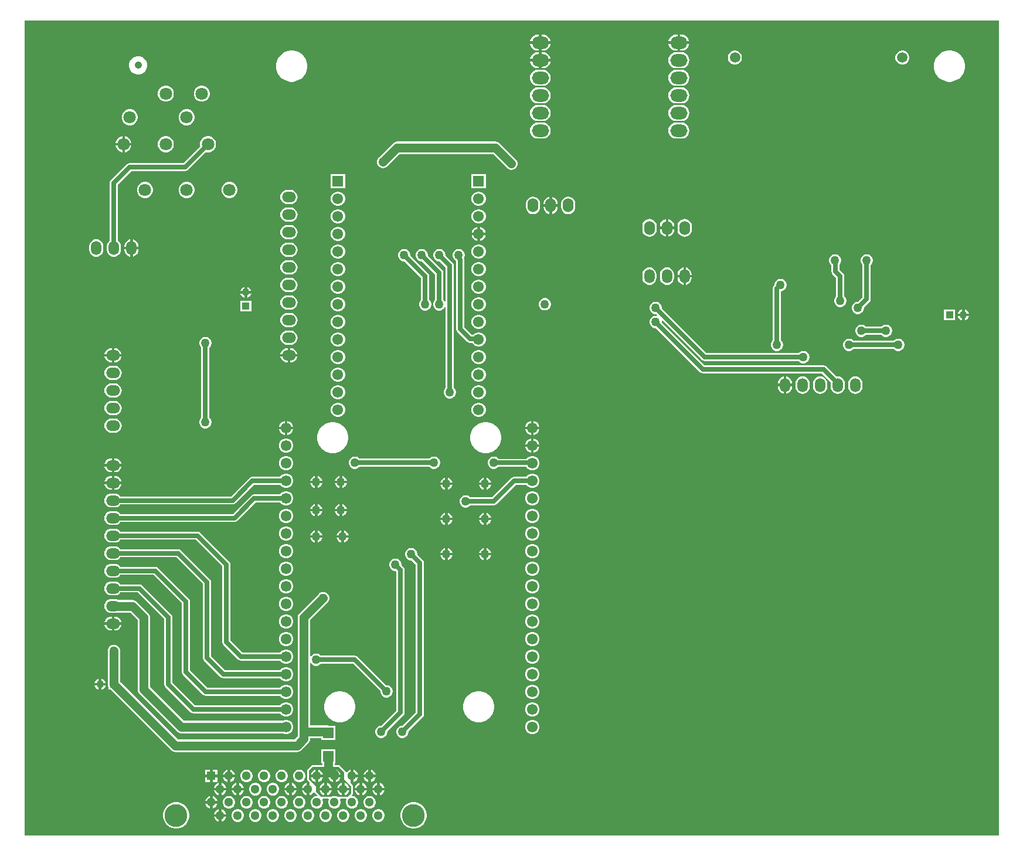
<source format=gbl>
G04*
G04 #@! TF.GenerationSoftware,Altium Limited,Altium Designer,25.0.2 (28)*
G04*
G04 Layer_Physical_Order=2*
G04 Layer_Color=16711680*
%FSLAX44Y44*%
%MOMM*%
G71*
G04*
G04 #@! TF.SameCoordinates,A7C3AEC9-9CA1-47B5-BDAE-58582B56A9DF*
G04*
G04*
G04 #@! TF.FilePolarity,Positive*
G04*
G01*
G75*
%ADD21R,1.5240X1.5240*%
%ADD50C,0.6350*%
%ADD51C,1.2700*%
%ADD52C,1.5500*%
%ADD53R,1.1000X1.1000*%
%ADD54C,1.1000*%
%ADD55R,1.1000X1.1000*%
%ADD56O,1.5000X2.0000*%
%ADD57C,1.0500*%
%ADD58C,1.8000*%
%ADD59R,1.5500X1.5500*%
%ADD60O,2.0000X1.5000*%
%ADD61O,1.5240X2.0320*%
%ADD62O,2.5000X1.8000*%
%ADD63C,1.5000*%
%ADD64C,3.3000*%
%ADD65C,1.3000*%
%ADD66R,1.3000X1.3000*%
%ADD67C,1.2700*%
G36*
X1641115Y258885D02*
X233885D01*
Y1436115D01*
X1641115D01*
Y258885D01*
D02*
G37*
%LPC*%
G36*
X1182500Y1415639D02*
X1180905D01*
Y1405905D01*
X1193889D01*
X1193743Y1407012D01*
X1192580Y1409820D01*
X1190730Y1412230D01*
X1188320Y1414080D01*
X1185513Y1415243D01*
X1182500Y1415639D01*
D02*
G37*
G36*
X982500D02*
X980905D01*
Y1405905D01*
X993889D01*
X993743Y1407012D01*
X992580Y1409820D01*
X990730Y1412230D01*
X988320Y1414080D01*
X985513Y1415243D01*
X982500Y1415639D01*
D02*
G37*
G36*
X1177095D02*
X1175500D01*
X1172487Y1415243D01*
X1169680Y1414080D01*
X1167270Y1412230D01*
X1165420Y1409820D01*
X1164257Y1407012D01*
X1164111Y1405905D01*
X1177095D01*
Y1415639D01*
D02*
G37*
G36*
X977095D02*
X975500D01*
X972487Y1415243D01*
X969680Y1414080D01*
X967270Y1412230D01*
X965420Y1409820D01*
X964257Y1407012D01*
X964111Y1405905D01*
X977095D01*
Y1415639D01*
D02*
G37*
G36*
X1193889Y1402095D02*
X1180905D01*
Y1392360D01*
X1182500D01*
X1185513Y1392757D01*
X1188320Y1393920D01*
X1190730Y1395770D01*
X1192580Y1398180D01*
X1193743Y1400987D01*
X1193889Y1402095D01*
D02*
G37*
G36*
X1177095D02*
X1164111D01*
X1164257Y1400987D01*
X1165420Y1398180D01*
X1167270Y1395770D01*
X1169680Y1393920D01*
X1172487Y1392757D01*
X1175500Y1392360D01*
X1177095D01*
Y1402095D01*
D02*
G37*
G36*
X993889D02*
X980905D01*
Y1392360D01*
X982500D01*
X985513Y1392757D01*
X988320Y1393920D01*
X990730Y1395770D01*
X992580Y1398180D01*
X993743Y1400987D01*
X993889Y1402095D01*
D02*
G37*
G36*
X977095D02*
X964111D01*
X964257Y1400987D01*
X965420Y1398180D01*
X967270Y1395770D01*
X969680Y1393920D01*
X972487Y1392757D01*
X975500Y1392360D01*
X977095D01*
Y1402095D01*
D02*
G37*
G36*
X982500Y1390240D02*
X980905D01*
Y1380505D01*
X993889D01*
X993743Y1381613D01*
X992580Y1384420D01*
X990730Y1386830D01*
X988320Y1388680D01*
X985513Y1389843D01*
X982500Y1390240D01*
D02*
G37*
G36*
X977095D02*
X975500D01*
X972487Y1389843D01*
X969680Y1388680D01*
X967270Y1386830D01*
X965420Y1384420D01*
X964257Y1381613D01*
X964111Y1380505D01*
X977095D01*
Y1390240D01*
D02*
G37*
G36*
X1503322Y1392540D02*
X1500678D01*
X1498125Y1391856D01*
X1495835Y1390534D01*
X1493966Y1388665D01*
X1492644Y1386375D01*
X1491960Y1383822D01*
Y1381178D01*
X1492644Y1378625D01*
X1493966Y1376335D01*
X1495835Y1374466D01*
X1498125Y1373144D01*
X1500678Y1372460D01*
X1503322D01*
X1505875Y1373144D01*
X1508165Y1374466D01*
X1510034Y1376335D01*
X1511356Y1378625D01*
X1512040Y1381178D01*
Y1383822D01*
X1511356Y1386375D01*
X1510034Y1388665D01*
X1508165Y1390534D01*
X1505875Y1391856D01*
X1503322Y1392540D01*
D02*
G37*
G36*
X1261322D02*
X1258678D01*
X1256125Y1391856D01*
X1253835Y1390534D01*
X1251966Y1388665D01*
X1250644Y1386375D01*
X1249960Y1383822D01*
Y1381178D01*
X1250644Y1378625D01*
X1251966Y1376335D01*
X1253835Y1374466D01*
X1256125Y1373144D01*
X1258678Y1372460D01*
X1261322D01*
X1263875Y1373144D01*
X1266165Y1374466D01*
X1268034Y1376335D01*
X1269356Y1378625D01*
X1270040Y1381178D01*
Y1383822D01*
X1269356Y1386375D01*
X1268034Y1388665D01*
X1266165Y1390534D01*
X1263875Y1391856D01*
X1261322Y1392540D01*
D02*
G37*
G36*
X1182500Y1390240D02*
X1175500D01*
X1172487Y1389843D01*
X1169680Y1388680D01*
X1167270Y1386830D01*
X1165420Y1384420D01*
X1164257Y1381613D01*
X1163860Y1378600D01*
X1164257Y1375587D01*
X1165420Y1372780D01*
X1167270Y1370370D01*
X1169680Y1368520D01*
X1172487Y1367357D01*
X1175500Y1366960D01*
X1182500D01*
X1185513Y1367357D01*
X1188320Y1368520D01*
X1190730Y1370370D01*
X1192580Y1372780D01*
X1193743Y1375587D01*
X1194140Y1378600D01*
X1193743Y1381613D01*
X1192580Y1384420D01*
X1190730Y1386830D01*
X1188320Y1388680D01*
X1185513Y1389843D01*
X1182500Y1390240D01*
D02*
G37*
G36*
X993889Y1376695D02*
X980905D01*
Y1366960D01*
X982500D01*
X985513Y1367357D01*
X988320Y1368520D01*
X990730Y1370370D01*
X992580Y1372780D01*
X993743Y1375587D01*
X993889Y1376695D01*
D02*
G37*
G36*
X977095D02*
X964111D01*
X964257Y1375587D01*
X965420Y1372780D01*
X967270Y1370370D01*
X969680Y1368520D01*
X972487Y1367357D01*
X975500Y1366960D01*
X977095D01*
Y1376695D01*
D02*
G37*
G36*
X399867Y1384340D02*
X396433D01*
X393117Y1383451D01*
X390143Y1381735D01*
X387715Y1379307D01*
X385999Y1376333D01*
X385110Y1373017D01*
Y1369583D01*
X385999Y1366267D01*
X387715Y1363293D01*
X390143Y1360865D01*
X393117Y1359149D01*
X396433Y1358260D01*
X399867D01*
X403183Y1359149D01*
X406157Y1360865D01*
X408585Y1363293D01*
X410301Y1366267D01*
X411190Y1369583D01*
Y1373017D01*
X410301Y1376333D01*
X408585Y1379307D01*
X406157Y1381735D01*
X403183Y1383451D01*
X399867Y1384340D01*
D02*
G37*
G36*
X1572220Y1392540D02*
X1567780D01*
X1563425Y1391674D01*
X1559323Y1389975D01*
X1555632Y1387508D01*
X1552492Y1384368D01*
X1550025Y1380677D01*
X1548326Y1376575D01*
X1547460Y1372220D01*
Y1367780D01*
X1548326Y1363425D01*
X1550025Y1359323D01*
X1552492Y1355632D01*
X1555632Y1352492D01*
X1559323Y1350025D01*
X1563425Y1348326D01*
X1567780Y1347460D01*
X1572220D01*
X1576575Y1348326D01*
X1580677Y1350025D01*
X1584368Y1352492D01*
X1587508Y1355632D01*
X1589975Y1359323D01*
X1591674Y1363425D01*
X1592540Y1367780D01*
Y1372220D01*
X1591674Y1376575D01*
X1589975Y1380677D01*
X1587508Y1384368D01*
X1584368Y1387508D01*
X1580677Y1389975D01*
X1576575Y1391674D01*
X1572220Y1392540D01*
D02*
G37*
G36*
X622220D02*
X617780D01*
X613425Y1391674D01*
X609323Y1389975D01*
X605632Y1387508D01*
X602492Y1384368D01*
X600025Y1380677D01*
X598326Y1376575D01*
X597460Y1372220D01*
Y1367780D01*
X598326Y1363425D01*
X600025Y1359323D01*
X602492Y1355632D01*
X605632Y1352492D01*
X609323Y1350025D01*
X613425Y1348326D01*
X617780Y1347460D01*
X622220D01*
X626575Y1348326D01*
X630677Y1350025D01*
X634368Y1352492D01*
X637508Y1355632D01*
X639975Y1359323D01*
X641674Y1363425D01*
X642540Y1367780D01*
Y1372220D01*
X641674Y1376575D01*
X639975Y1380677D01*
X637508Y1384368D01*
X634368Y1387508D01*
X630677Y1389975D01*
X626575Y1391674D01*
X622220Y1392540D01*
D02*
G37*
G36*
X1182500Y1364839D02*
X1175500D01*
X1172487Y1364443D01*
X1169680Y1363280D01*
X1167270Y1361430D01*
X1165420Y1359020D01*
X1164257Y1356212D01*
X1163860Y1353200D01*
X1164257Y1350187D01*
X1165420Y1347380D01*
X1167270Y1344970D01*
X1169680Y1343120D01*
X1172487Y1341957D01*
X1175500Y1341560D01*
X1182500D01*
X1185513Y1341957D01*
X1188320Y1343120D01*
X1190730Y1344970D01*
X1192580Y1347380D01*
X1193743Y1350187D01*
X1194140Y1353200D01*
X1193743Y1356212D01*
X1192580Y1359020D01*
X1190730Y1361430D01*
X1188320Y1363280D01*
X1185513Y1364443D01*
X1182500Y1364839D01*
D02*
G37*
G36*
X982500D02*
X975500D01*
X972487Y1364443D01*
X969680Y1363280D01*
X967270Y1361430D01*
X965420Y1359020D01*
X964257Y1356212D01*
X963860Y1353200D01*
X964257Y1350187D01*
X965420Y1347380D01*
X967270Y1344970D01*
X969680Y1343120D01*
X972487Y1341957D01*
X975500Y1341560D01*
X982500D01*
X985513Y1341957D01*
X988320Y1343120D01*
X990730Y1344970D01*
X992580Y1347380D01*
X993743Y1350187D01*
X994140Y1353200D01*
X993743Y1356212D01*
X992580Y1359020D01*
X990730Y1361430D01*
X988320Y1363280D01*
X985513Y1364443D01*
X982500Y1364839D01*
D02*
G37*
G36*
X491669Y1341840D02*
X488631D01*
X485696Y1341054D01*
X483064Y1339534D01*
X480916Y1337386D01*
X479397Y1334754D01*
X478610Y1331819D01*
Y1328781D01*
X479397Y1325846D01*
X480916Y1323214D01*
X483064Y1321066D01*
X485696Y1319547D01*
X488631Y1318760D01*
X491669D01*
X494604Y1319547D01*
X497236Y1321066D01*
X499384Y1323214D01*
X500904Y1325846D01*
X501690Y1328781D01*
Y1331819D01*
X500904Y1334754D01*
X499384Y1337386D01*
X497236Y1339534D01*
X494604Y1341054D01*
X491669Y1341840D01*
D02*
G37*
G36*
X439669D02*
X436631D01*
X433696Y1341054D01*
X431064Y1339534D01*
X428916Y1337386D01*
X427397Y1334754D01*
X426610Y1331819D01*
Y1328781D01*
X427397Y1325846D01*
X428916Y1323214D01*
X431064Y1321066D01*
X433696Y1319547D01*
X436631Y1318760D01*
X439669D01*
X442604Y1319547D01*
X445236Y1321066D01*
X447384Y1323214D01*
X448904Y1325846D01*
X449690Y1328781D01*
Y1331819D01*
X448904Y1334754D01*
X447384Y1337386D01*
X445236Y1339534D01*
X442604Y1341054D01*
X439669Y1341840D01*
D02*
G37*
G36*
X1182500Y1339440D02*
X1175500D01*
X1172487Y1339043D01*
X1169680Y1337880D01*
X1167270Y1336030D01*
X1165420Y1333620D01*
X1164257Y1330813D01*
X1163860Y1327800D01*
X1164257Y1324787D01*
X1165420Y1321980D01*
X1167270Y1319570D01*
X1169680Y1317720D01*
X1172487Y1316557D01*
X1175500Y1316160D01*
X1182500D01*
X1185513Y1316557D01*
X1188320Y1317720D01*
X1190730Y1319570D01*
X1192580Y1321980D01*
X1193743Y1324787D01*
X1194140Y1327800D01*
X1193743Y1330813D01*
X1192580Y1333620D01*
X1190730Y1336030D01*
X1188320Y1337880D01*
X1185513Y1339043D01*
X1182500Y1339440D01*
D02*
G37*
G36*
X982500D02*
X975500D01*
X972487Y1339043D01*
X969680Y1337880D01*
X967270Y1336030D01*
X965420Y1333620D01*
X964257Y1330813D01*
X963860Y1327800D01*
X964257Y1324787D01*
X965420Y1321980D01*
X967270Y1319570D01*
X969680Y1317720D01*
X972487Y1316557D01*
X975500Y1316160D01*
X982500D01*
X985513Y1316557D01*
X988320Y1317720D01*
X990730Y1319570D01*
X992580Y1321980D01*
X993743Y1324787D01*
X994140Y1327800D01*
X993743Y1330813D01*
X992580Y1333620D01*
X990730Y1336030D01*
X988320Y1337880D01*
X985513Y1339043D01*
X982500Y1339440D01*
D02*
G37*
G36*
X1182500Y1314039D02*
X1175500D01*
X1172487Y1313643D01*
X1169680Y1312480D01*
X1167270Y1310630D01*
X1165420Y1308220D01*
X1164257Y1305412D01*
X1163860Y1302400D01*
X1164257Y1299387D01*
X1165420Y1296580D01*
X1167270Y1294170D01*
X1169680Y1292320D01*
X1172487Y1291157D01*
X1175500Y1290760D01*
X1182500D01*
X1185513Y1291157D01*
X1188320Y1292320D01*
X1190730Y1294170D01*
X1192580Y1296580D01*
X1193743Y1299387D01*
X1194140Y1302400D01*
X1193743Y1305412D01*
X1192580Y1308220D01*
X1190730Y1310630D01*
X1188320Y1312480D01*
X1185513Y1313643D01*
X1182500Y1314039D01*
D02*
G37*
G36*
X982500D02*
X975500D01*
X972487Y1313643D01*
X969680Y1312480D01*
X967270Y1310630D01*
X965420Y1308220D01*
X964257Y1305412D01*
X963860Y1302400D01*
X964257Y1299387D01*
X965420Y1296580D01*
X967270Y1294170D01*
X969680Y1292320D01*
X972487Y1291157D01*
X975500Y1290760D01*
X982500D01*
X985513Y1291157D01*
X988320Y1292320D01*
X990730Y1294170D01*
X992580Y1296580D01*
X993743Y1299387D01*
X994140Y1302400D01*
X993743Y1305412D01*
X992580Y1308220D01*
X990730Y1310630D01*
X988320Y1312480D01*
X985513Y1313643D01*
X982500Y1314039D01*
D02*
G37*
G36*
X469669Y1307840D02*
X466631D01*
X463696Y1307054D01*
X461064Y1305534D01*
X458916Y1303386D01*
X457396Y1300754D01*
X456610Y1297819D01*
Y1294781D01*
X457396Y1291846D01*
X458916Y1289214D01*
X461064Y1287066D01*
X463696Y1285547D01*
X466631Y1284760D01*
X469669D01*
X472604Y1285547D01*
X475236Y1287066D01*
X477384Y1289214D01*
X478904Y1291846D01*
X479690Y1294781D01*
Y1297819D01*
X478904Y1300754D01*
X477384Y1303386D01*
X475236Y1305534D01*
X472604Y1307054D01*
X469669Y1307840D01*
D02*
G37*
G36*
X387669D02*
X384631D01*
X381696Y1307054D01*
X379064Y1305534D01*
X376916Y1303386D01*
X375396Y1300754D01*
X374610Y1297819D01*
Y1294781D01*
X375396Y1291846D01*
X376916Y1289214D01*
X379064Y1287066D01*
X381696Y1285547D01*
X384631Y1284760D01*
X387669D01*
X390604Y1285547D01*
X393236Y1287066D01*
X395384Y1289214D01*
X396903Y1291846D01*
X397690Y1294781D01*
Y1297819D01*
X396903Y1300754D01*
X395384Y1303386D01*
X393236Y1305534D01*
X390604Y1307054D01*
X387669Y1307840D01*
D02*
G37*
G36*
X1182500Y1288640D02*
X1175500D01*
X1172487Y1288243D01*
X1169680Y1287080D01*
X1167270Y1285230D01*
X1165420Y1282820D01*
X1164257Y1280013D01*
X1163860Y1277000D01*
X1164257Y1273987D01*
X1165420Y1271180D01*
X1167270Y1268770D01*
X1169680Y1266920D01*
X1172487Y1265757D01*
X1175500Y1265360D01*
X1182500D01*
X1185513Y1265757D01*
X1188320Y1266920D01*
X1190730Y1268770D01*
X1192580Y1271180D01*
X1193743Y1273987D01*
X1194140Y1277000D01*
X1193743Y1280013D01*
X1192580Y1282820D01*
X1190730Y1285230D01*
X1188320Y1287080D01*
X1185513Y1288243D01*
X1182500Y1288640D01*
D02*
G37*
G36*
X982500D02*
X975500D01*
X972487Y1288243D01*
X969680Y1287080D01*
X967270Y1285230D01*
X965420Y1282820D01*
X964257Y1280013D01*
X963860Y1277000D01*
X964257Y1273987D01*
X965420Y1271180D01*
X967270Y1268770D01*
X969680Y1266920D01*
X972487Y1265757D01*
X975500Y1265360D01*
X982500D01*
X985513Y1265757D01*
X988320Y1266920D01*
X990730Y1268770D01*
X992580Y1271180D01*
X993743Y1273987D01*
X994140Y1277000D01*
X993743Y1280013D01*
X992580Y1282820D01*
X990730Y1285230D01*
X988320Y1287080D01*
X985513Y1288243D01*
X982500Y1288640D01*
D02*
G37*
G36*
X379055Y1268737D02*
Y1259205D01*
X388587D01*
X387904Y1261754D01*
X386384Y1264386D01*
X384236Y1266534D01*
X381604Y1268054D01*
X379055Y1268737D01*
D02*
G37*
G36*
X375245D02*
X372696Y1268054D01*
X370064Y1266534D01*
X367916Y1264386D01*
X366396Y1261754D01*
X365713Y1259205D01*
X375245D01*
Y1268737D01*
D02*
G37*
G36*
X388587Y1255395D02*
X379055D01*
Y1245863D01*
X381604Y1246546D01*
X384236Y1248066D01*
X386384Y1250214D01*
X387904Y1252846D01*
X388587Y1255395D01*
D02*
G37*
G36*
X375245D02*
X365713D01*
X366396Y1252846D01*
X367916Y1250214D01*
X370064Y1248066D01*
X372696Y1246546D01*
X375245Y1245863D01*
Y1255395D01*
D02*
G37*
G36*
X500669Y1268840D02*
X497631D01*
X494696Y1268054D01*
X492064Y1266534D01*
X489916Y1264386D01*
X488396Y1261754D01*
X487610Y1258819D01*
Y1255781D01*
X487986Y1254377D01*
X463716Y1230107D01*
X386080D01*
X383850Y1229663D01*
X381960Y1228400D01*
X359100Y1205540D01*
X357837Y1203650D01*
X357393Y1201420D01*
Y1118124D01*
X356059Y1117101D01*
X354450Y1115003D01*
X353438Y1112561D01*
X353093Y1109940D01*
Y1104940D01*
X353438Y1102319D01*
X354450Y1099877D01*
X356059Y1097779D01*
X358157Y1096170D01*
X360599Y1095158D01*
X363220Y1094813D01*
X365841Y1095158D01*
X368283Y1096170D01*
X370381Y1097779D01*
X371990Y1099877D01*
X373002Y1102319D01*
X373347Y1104940D01*
Y1109940D01*
X373002Y1112561D01*
X371990Y1115003D01*
X370381Y1117101D01*
X369047Y1118124D01*
Y1199006D01*
X388494Y1218453D01*
X466130D01*
X468360Y1218897D01*
X470250Y1220160D01*
X496227Y1246136D01*
X497631Y1245760D01*
X500669D01*
X503604Y1246546D01*
X506236Y1248066D01*
X508384Y1250214D01*
X509904Y1252846D01*
X510690Y1255781D01*
Y1258819D01*
X509904Y1261754D01*
X508384Y1264386D01*
X506236Y1266534D01*
X503604Y1268054D01*
X500669Y1268840D01*
D02*
G37*
G36*
X439669D02*
X436631D01*
X433696Y1268054D01*
X431064Y1266534D01*
X428916Y1264386D01*
X427397Y1261754D01*
X426610Y1258819D01*
Y1255781D01*
X427397Y1252846D01*
X428916Y1250214D01*
X431064Y1248066D01*
X433696Y1246546D01*
X436631Y1245760D01*
X439669D01*
X442604Y1246546D01*
X445236Y1248066D01*
X447384Y1250214D01*
X448904Y1252846D01*
X449690Y1255781D01*
Y1258819D01*
X448904Y1261754D01*
X447384Y1264386D01*
X445236Y1266534D01*
X442604Y1268054D01*
X439669Y1268840D01*
D02*
G37*
G36*
X914400Y1261187D02*
X772160D01*
X769839Y1260881D01*
X767677Y1259985D01*
X765820Y1258560D01*
X745500Y1238240D01*
X745142Y1237774D01*
X744726Y1237359D01*
X744432Y1236850D01*
X744075Y1236383D01*
X743850Y1235841D01*
X743556Y1235331D01*
X743404Y1234764D01*
X743179Y1234221D01*
X743102Y1233638D01*
X742950Y1233070D01*
Y1232483D01*
X742873Y1231900D01*
X742950Y1231317D01*
Y1230730D01*
X743102Y1230162D01*
X743179Y1229579D01*
X743404Y1229036D01*
X743556Y1228469D01*
X743850Y1227960D01*
X744075Y1227417D01*
X744432Y1226951D01*
X744726Y1226441D01*
X745142Y1226026D01*
X745500Y1225560D01*
X745966Y1225202D01*
X746381Y1224786D01*
X746890Y1224492D01*
X747357Y1224135D01*
X747899Y1223910D01*
X748409Y1223616D01*
X748976Y1223464D01*
X749519Y1223239D01*
X750102Y1223162D01*
X750670Y1223010D01*
X751257D01*
X751840Y1222933D01*
X752423Y1223010D01*
X753010D01*
X753578Y1223162D01*
X754161Y1223239D01*
X754704Y1223464D01*
X755271Y1223616D01*
X755780Y1223910D01*
X756323Y1224135D01*
X756789Y1224492D01*
X757299Y1224786D01*
X757714Y1225202D01*
X758180Y1225560D01*
X775874Y1243253D01*
X910686D01*
X930920Y1223020D01*
X931386Y1222662D01*
X931801Y1222246D01*
X932310Y1221952D01*
X932777Y1221595D01*
X933319Y1221370D01*
X933829Y1221076D01*
X934396Y1220924D01*
X934939Y1220699D01*
X935522Y1220622D01*
X936090Y1220470D01*
X936677D01*
X937260Y1220393D01*
X937843Y1220470D01*
X938430D01*
X938998Y1220622D01*
X939581Y1220699D01*
X940124Y1220924D01*
X940691Y1221076D01*
X941200Y1221370D01*
X941743Y1221595D01*
X942209Y1221952D01*
X942719Y1222246D01*
X943134Y1222662D01*
X943600Y1223020D01*
X943958Y1223486D01*
X944374Y1223901D01*
X944668Y1224410D01*
X945025Y1224877D01*
X945250Y1225419D01*
X945544Y1225929D01*
X945696Y1226496D01*
X945921Y1227039D01*
X945998Y1227622D01*
X946150Y1228190D01*
Y1228777D01*
X946227Y1229360D01*
X946150Y1229943D01*
Y1230530D01*
X945998Y1231098D01*
X945921Y1231681D01*
X945696Y1232224D01*
X945544Y1232791D01*
X945250Y1233300D01*
X945025Y1233843D01*
X944668Y1234309D01*
X944374Y1234819D01*
X943958Y1235234D01*
X943600Y1235700D01*
X920740Y1258560D01*
X918883Y1259985D01*
X916721Y1260881D01*
X914400Y1261187D01*
D02*
G37*
G36*
X900290Y1214290D02*
X879710D01*
Y1193710D01*
X900290D01*
Y1214290D01*
D02*
G37*
G36*
X697090D02*
X676510D01*
Y1193710D01*
X697090D01*
Y1214290D01*
D02*
G37*
G36*
X531669Y1202840D02*
X528631D01*
X525696Y1202054D01*
X523064Y1200534D01*
X520916Y1198386D01*
X519396Y1195754D01*
X518610Y1192819D01*
Y1189781D01*
X519396Y1186846D01*
X520916Y1184214D01*
X523064Y1182066D01*
X525696Y1180546D01*
X528631Y1179760D01*
X531669D01*
X534604Y1180546D01*
X537236Y1182066D01*
X539384Y1184214D01*
X540904Y1186846D01*
X541690Y1189781D01*
Y1192819D01*
X540904Y1195754D01*
X539384Y1198386D01*
X537236Y1200534D01*
X534604Y1202054D01*
X531669Y1202840D01*
D02*
G37*
G36*
X469669D02*
X466631D01*
X463696Y1202054D01*
X461064Y1200534D01*
X458916Y1198386D01*
X457396Y1195754D01*
X456610Y1192819D01*
Y1189781D01*
X457396Y1186846D01*
X458916Y1184214D01*
X461064Y1182066D01*
X463696Y1180546D01*
X466631Y1179760D01*
X469669D01*
X472604Y1180546D01*
X475236Y1182066D01*
X477384Y1184214D01*
X478904Y1186846D01*
X479690Y1189781D01*
Y1192819D01*
X478904Y1195754D01*
X477384Y1198386D01*
X475236Y1200534D01*
X472604Y1202054D01*
X469669Y1202840D01*
D02*
G37*
G36*
X409669D02*
X406631D01*
X403696Y1202054D01*
X401064Y1200534D01*
X398916Y1198386D01*
X397396Y1195754D01*
X396610Y1192819D01*
Y1189781D01*
X397396Y1186846D01*
X398916Y1184214D01*
X401064Y1182066D01*
X403696Y1180546D01*
X406631Y1179760D01*
X409669D01*
X412604Y1180546D01*
X415236Y1182066D01*
X417384Y1184214D01*
X418904Y1186846D01*
X419690Y1189781D01*
Y1192819D01*
X418904Y1195754D01*
X417384Y1198386D01*
X415236Y1200534D01*
X412604Y1202054D01*
X409669Y1202840D01*
D02*
G37*
G36*
X618450Y1191227D02*
X613450D01*
X610829Y1190882D01*
X608387Y1189870D01*
X606289Y1188261D01*
X604680Y1186163D01*
X603668Y1183721D01*
X603323Y1181100D01*
X603668Y1178479D01*
X604680Y1176037D01*
X606289Y1173939D01*
X608387Y1172330D01*
X610829Y1171318D01*
X613450Y1170973D01*
X618450D01*
X621071Y1171318D01*
X623513Y1172330D01*
X625611Y1173939D01*
X627220Y1176037D01*
X628232Y1178479D01*
X628577Y1181100D01*
X628232Y1183721D01*
X627220Y1186163D01*
X625611Y1188261D01*
X623513Y1189870D01*
X621071Y1190882D01*
X618450Y1191227D01*
D02*
G37*
G36*
X995905Y1181537D02*
Y1170905D01*
X1004248D01*
Y1171540D01*
X1003898Y1174192D01*
X1002875Y1176664D01*
X1001246Y1178786D01*
X999124Y1180415D01*
X996652Y1181439D01*
X995905Y1181537D01*
D02*
G37*
G36*
X992095Y1181537D02*
X991348Y1181439D01*
X988876Y1180415D01*
X986754Y1178786D01*
X985125Y1176664D01*
X984101Y1174192D01*
X983752Y1171540D01*
Y1170905D01*
X992095D01*
Y1181537D01*
D02*
G37*
G36*
X891355Y1188890D02*
X888645D01*
X886028Y1188189D01*
X883682Y1186834D01*
X881766Y1184918D01*
X880411Y1182572D01*
X879710Y1179955D01*
Y1177245D01*
X880411Y1174628D01*
X881766Y1172282D01*
X883682Y1170366D01*
X886028Y1169011D01*
X888645Y1168310D01*
X891355D01*
X893972Y1169011D01*
X896318Y1170366D01*
X898234Y1172282D01*
X899589Y1174628D01*
X900290Y1177245D01*
Y1179955D01*
X899589Y1182572D01*
X898234Y1184918D01*
X896318Y1186834D01*
X893972Y1188189D01*
X891355Y1188890D01*
D02*
G37*
G36*
X688155D02*
X685445D01*
X682828Y1188189D01*
X680482Y1186834D01*
X678566Y1184918D01*
X677211Y1182572D01*
X676510Y1179955D01*
Y1177245D01*
X677211Y1174628D01*
X678566Y1172282D01*
X680482Y1170366D01*
X682828Y1169011D01*
X685445Y1168310D01*
X688155D01*
X690772Y1169011D01*
X693118Y1170366D01*
X695034Y1172282D01*
X696389Y1174628D01*
X697090Y1177245D01*
Y1179955D01*
X696389Y1182572D01*
X695034Y1184918D01*
X693118Y1186834D01*
X690772Y1188189D01*
X688155Y1188890D01*
D02*
G37*
G36*
X1004248Y1167095D02*
X995905D01*
Y1156463D01*
X996652Y1156562D01*
X999124Y1157585D01*
X1001246Y1159214D01*
X1002875Y1161336D01*
X1003898Y1163808D01*
X1004248Y1166460D01*
Y1167095D01*
D02*
G37*
G36*
X992095D02*
X983752D01*
Y1166460D01*
X984101Y1163808D01*
X985125Y1161336D01*
X986754Y1159214D01*
X988876Y1157585D01*
X991348Y1156562D01*
X992095Y1156463D01*
Y1167095D01*
D02*
G37*
G36*
X1019400Y1181788D02*
X1016748Y1181439D01*
X1014276Y1180415D01*
X1012154Y1178786D01*
X1010525Y1176664D01*
X1009501Y1174192D01*
X1009152Y1171540D01*
Y1166460D01*
X1009501Y1163808D01*
X1010525Y1161336D01*
X1012154Y1159214D01*
X1014276Y1157585D01*
X1016748Y1156562D01*
X1019400Y1156212D01*
X1022052Y1156562D01*
X1024524Y1157585D01*
X1026646Y1159214D01*
X1028275Y1161336D01*
X1029298Y1163808D01*
X1029648Y1166460D01*
Y1171540D01*
X1029298Y1174192D01*
X1028275Y1176664D01*
X1026646Y1178786D01*
X1024524Y1180415D01*
X1022052Y1181439D01*
X1019400Y1181788D01*
D02*
G37*
G36*
X968600D02*
X965948Y1181439D01*
X963476Y1180415D01*
X961354Y1178786D01*
X959725Y1176664D01*
X958701Y1174192D01*
X958352Y1171540D01*
Y1166460D01*
X958701Y1163808D01*
X959725Y1161336D01*
X961354Y1159214D01*
X963476Y1157585D01*
X965948Y1156562D01*
X968600Y1156212D01*
X971252Y1156562D01*
X973724Y1157585D01*
X975846Y1159214D01*
X977475Y1161336D01*
X978499Y1163808D01*
X978848Y1166460D01*
Y1171540D01*
X978499Y1174192D01*
X977475Y1176664D01*
X975846Y1178786D01*
X973724Y1180415D01*
X971252Y1181439D01*
X968600Y1181788D01*
D02*
G37*
G36*
X618450Y1165827D02*
X613450D01*
X610829Y1165482D01*
X608387Y1164470D01*
X606289Y1162861D01*
X604680Y1160763D01*
X603668Y1158321D01*
X603323Y1155700D01*
X603668Y1153079D01*
X604680Y1150637D01*
X606289Y1148539D01*
X608387Y1146930D01*
X610829Y1145918D01*
X613450Y1145573D01*
X618450D01*
X621071Y1145918D01*
X623513Y1146930D01*
X625611Y1148539D01*
X627220Y1150637D01*
X628232Y1153079D01*
X628577Y1155700D01*
X628232Y1158321D01*
X627220Y1160763D01*
X625611Y1162861D01*
X623513Y1164470D01*
X621071Y1165482D01*
X618450Y1165827D01*
D02*
G37*
G36*
X891355Y1163490D02*
X888645D01*
X886028Y1162789D01*
X883682Y1161434D01*
X881766Y1159518D01*
X880411Y1157172D01*
X879710Y1154555D01*
Y1151845D01*
X880411Y1149228D01*
X881766Y1146882D01*
X883682Y1144966D01*
X886028Y1143611D01*
X888645Y1142910D01*
X891355D01*
X893972Y1143611D01*
X896318Y1144966D01*
X898234Y1146882D01*
X899589Y1149228D01*
X900290Y1151845D01*
Y1154555D01*
X899589Y1157172D01*
X898234Y1159518D01*
X896318Y1161434D01*
X893972Y1162789D01*
X891355Y1163490D01*
D02*
G37*
G36*
X688155D02*
X685445D01*
X682828Y1162789D01*
X680482Y1161434D01*
X678566Y1159518D01*
X677211Y1157172D01*
X676510Y1154555D01*
Y1151845D01*
X677211Y1149228D01*
X678566Y1146882D01*
X680482Y1144966D01*
X682828Y1143611D01*
X685445Y1142910D01*
X688155D01*
X690772Y1143611D01*
X693118Y1144966D01*
X695034Y1146882D01*
X696389Y1149228D01*
X697090Y1151845D01*
Y1154555D01*
X696389Y1157172D01*
X695034Y1159518D01*
X693118Y1161434D01*
X690772Y1162789D01*
X688155Y1163490D01*
D02*
G37*
G36*
X1163955Y1149187D02*
Y1138555D01*
X1172298D01*
Y1139190D01*
X1171948Y1141842D01*
X1170925Y1144314D01*
X1169296Y1146436D01*
X1167174Y1148065D01*
X1164702Y1149089D01*
X1163955Y1149187D01*
D02*
G37*
G36*
X1160145D02*
X1159398Y1149089D01*
X1156926Y1148065D01*
X1154804Y1146436D01*
X1153175Y1144314D01*
X1152151Y1141842D01*
X1151802Y1139190D01*
Y1138555D01*
X1160145D01*
Y1149187D01*
D02*
G37*
G36*
X891905Y1137943D02*
Y1129705D01*
X900143D01*
X899589Y1131772D01*
X898234Y1134118D01*
X896318Y1136034D01*
X893972Y1137389D01*
X891905Y1137943D01*
D02*
G37*
G36*
X888095D02*
X886028Y1137389D01*
X883682Y1136034D01*
X881766Y1134118D01*
X880411Y1131772D01*
X879857Y1129705D01*
X888095D01*
Y1137943D01*
D02*
G37*
G36*
X1172298Y1134745D02*
X1163955D01*
Y1124113D01*
X1164702Y1124212D01*
X1167174Y1125235D01*
X1169296Y1126864D01*
X1170925Y1128986D01*
X1171948Y1131458D01*
X1172298Y1134110D01*
Y1134745D01*
D02*
G37*
G36*
X1160145D02*
X1151802D01*
Y1134110D01*
X1152151Y1131458D01*
X1153175Y1128986D01*
X1154804Y1126864D01*
X1156926Y1125235D01*
X1159398Y1124212D01*
X1160145Y1124113D01*
Y1134745D01*
D02*
G37*
G36*
X1187450Y1149438D02*
X1184798Y1149089D01*
X1182326Y1148065D01*
X1180204Y1146436D01*
X1178575Y1144314D01*
X1177551Y1141842D01*
X1177202Y1139190D01*
Y1134110D01*
X1177551Y1131458D01*
X1178575Y1128986D01*
X1180204Y1126864D01*
X1182326Y1125235D01*
X1184798Y1124212D01*
X1187450Y1123862D01*
X1190102Y1124212D01*
X1192574Y1125235D01*
X1194696Y1126864D01*
X1196325Y1128986D01*
X1197348Y1131458D01*
X1197698Y1134110D01*
Y1139190D01*
X1197348Y1141842D01*
X1196325Y1144314D01*
X1194696Y1146436D01*
X1192574Y1148065D01*
X1190102Y1149089D01*
X1187450Y1149438D01*
D02*
G37*
G36*
X1136650D02*
X1133998Y1149089D01*
X1131526Y1148065D01*
X1129404Y1146436D01*
X1127775Y1144314D01*
X1126751Y1141842D01*
X1126402Y1139190D01*
Y1134110D01*
X1126751Y1131458D01*
X1127775Y1128986D01*
X1129404Y1126864D01*
X1131526Y1125235D01*
X1133998Y1124212D01*
X1136650Y1123862D01*
X1139302Y1124212D01*
X1141774Y1125235D01*
X1143896Y1126864D01*
X1145525Y1128986D01*
X1146548Y1131458D01*
X1146898Y1134110D01*
Y1139190D01*
X1146548Y1141842D01*
X1145525Y1144314D01*
X1143896Y1146436D01*
X1141774Y1148065D01*
X1139302Y1149089D01*
X1136650Y1149438D01*
D02*
G37*
G36*
X618450Y1140427D02*
X613450D01*
X610829Y1140082D01*
X608387Y1139070D01*
X606289Y1137461D01*
X604680Y1135363D01*
X603668Y1132921D01*
X603323Y1130300D01*
X603668Y1127679D01*
X604680Y1125237D01*
X606289Y1123139D01*
X608387Y1121530D01*
X610829Y1120518D01*
X613450Y1120173D01*
X618450D01*
X621071Y1120518D01*
X623513Y1121530D01*
X625611Y1123139D01*
X627220Y1125237D01*
X628232Y1127679D01*
X628577Y1130300D01*
X628232Y1132921D01*
X627220Y1135363D01*
X625611Y1137461D01*
X623513Y1139070D01*
X621071Y1140082D01*
X618450Y1140427D01*
D02*
G37*
G36*
X900143Y1125895D02*
X891905D01*
Y1117657D01*
X893972Y1118211D01*
X896318Y1119566D01*
X898234Y1121482D01*
X899589Y1123828D01*
X900143Y1125895D01*
D02*
G37*
G36*
X888095D02*
X879857D01*
X880411Y1123828D01*
X881766Y1121482D01*
X883682Y1119566D01*
X886028Y1118211D01*
X888095Y1117657D01*
Y1125895D01*
D02*
G37*
G36*
X688155Y1138090D02*
X685445D01*
X682828Y1137389D01*
X680482Y1136034D01*
X678566Y1134118D01*
X677211Y1131772D01*
X676510Y1129155D01*
Y1126445D01*
X677211Y1123828D01*
X678566Y1121482D01*
X680482Y1119566D01*
X682828Y1118211D01*
X685445Y1117510D01*
X688155D01*
X690772Y1118211D01*
X693118Y1119566D01*
X695034Y1121482D01*
X696389Y1123828D01*
X697090Y1126445D01*
Y1129155D01*
X696389Y1131772D01*
X695034Y1134118D01*
X693118Y1136034D01*
X690772Y1137389D01*
X688155Y1138090D01*
D02*
G37*
G36*
X390525Y1119816D02*
Y1109345D01*
X398747D01*
Y1109940D01*
X398402Y1112561D01*
X397390Y1115003D01*
X395781Y1117101D01*
X393683Y1118710D01*
X391241Y1119722D01*
X390525Y1119816D01*
D02*
G37*
G36*
X386715D02*
X385999Y1119722D01*
X383557Y1118710D01*
X381459Y1117101D01*
X379850Y1115003D01*
X378838Y1112561D01*
X378493Y1109940D01*
Y1109345D01*
X386715D01*
Y1119816D01*
D02*
G37*
G36*
X398747Y1105535D02*
X390525D01*
Y1095064D01*
X391241Y1095158D01*
X393683Y1096170D01*
X395781Y1097779D01*
X397390Y1099877D01*
X398402Y1102319D01*
X398747Y1104940D01*
Y1105535D01*
D02*
G37*
G36*
X386715D02*
X378493D01*
Y1104940D01*
X378838Y1102319D01*
X379850Y1099877D01*
X381459Y1097779D01*
X383557Y1096170D01*
X385999Y1095158D01*
X386715Y1095064D01*
Y1105535D01*
D02*
G37*
G36*
X337820Y1120067D02*
X335199Y1119722D01*
X332757Y1118710D01*
X330659Y1117101D01*
X329050Y1115003D01*
X328038Y1112561D01*
X327693Y1109940D01*
Y1104940D01*
X328038Y1102319D01*
X329050Y1099877D01*
X330659Y1097779D01*
X332757Y1096170D01*
X335199Y1095158D01*
X337820Y1094813D01*
X340441Y1095158D01*
X342883Y1096170D01*
X344981Y1097779D01*
X346590Y1099877D01*
X347602Y1102319D01*
X347947Y1104940D01*
Y1109940D01*
X347602Y1112561D01*
X346590Y1115003D01*
X344981Y1117101D01*
X342883Y1118710D01*
X340441Y1119722D01*
X337820Y1120067D01*
D02*
G37*
G36*
X618450Y1115027D02*
X613450D01*
X610829Y1114682D01*
X608387Y1113670D01*
X606289Y1112061D01*
X604680Y1109963D01*
X603668Y1107521D01*
X603323Y1104900D01*
X603668Y1102279D01*
X604680Y1099837D01*
X606289Y1097739D01*
X608387Y1096130D01*
X610829Y1095118D01*
X613450Y1094773D01*
X618450D01*
X621071Y1095118D01*
X623513Y1096130D01*
X625611Y1097739D01*
X627220Y1099837D01*
X628232Y1102279D01*
X628577Y1104900D01*
X628232Y1107521D01*
X627220Y1109963D01*
X625611Y1112061D01*
X623513Y1113670D01*
X621071Y1114682D01*
X618450Y1115027D01*
D02*
G37*
G36*
X891355Y1112690D02*
X888645D01*
X886028Y1111989D01*
X883682Y1110634D01*
X881766Y1108718D01*
X880411Y1106372D01*
X879710Y1103755D01*
Y1101045D01*
X880411Y1098428D01*
X881766Y1096082D01*
X883682Y1094166D01*
X886028Y1092811D01*
X888645Y1092110D01*
X891355D01*
X893972Y1092811D01*
X896318Y1094166D01*
X898234Y1096082D01*
X899589Y1098428D01*
X900290Y1101045D01*
Y1103755D01*
X899589Y1106372D01*
X898234Y1108718D01*
X896318Y1110634D01*
X893972Y1111989D01*
X891355Y1112690D01*
D02*
G37*
G36*
X688155D02*
X685445D01*
X682828Y1111989D01*
X680482Y1110634D01*
X678566Y1108718D01*
X677211Y1106372D01*
X676510Y1103755D01*
Y1101045D01*
X677211Y1098428D01*
X678566Y1096082D01*
X680482Y1094166D01*
X682828Y1092811D01*
X685445Y1092110D01*
X688155D01*
X690772Y1092811D01*
X693118Y1094166D01*
X695034Y1096082D01*
X696389Y1098428D01*
X697090Y1101045D01*
Y1103755D01*
X696389Y1106372D01*
X695034Y1108718D01*
X693118Y1110634D01*
X690772Y1111989D01*
X688155Y1112690D01*
D02*
G37*
G36*
X618450Y1089627D02*
X613450D01*
X610829Y1089282D01*
X608387Y1088270D01*
X606289Y1086661D01*
X604680Y1084563D01*
X603668Y1082121D01*
X603323Y1079500D01*
X603668Y1076879D01*
X604680Y1074437D01*
X606289Y1072339D01*
X608387Y1070730D01*
X610829Y1069718D01*
X613450Y1069373D01*
X618450D01*
X621071Y1069718D01*
X623513Y1070730D01*
X625611Y1072339D01*
X627220Y1074437D01*
X628232Y1076879D01*
X628577Y1079500D01*
X628232Y1082121D01*
X627220Y1084563D01*
X625611Y1086661D01*
X623513Y1088270D01*
X621071Y1089282D01*
X618450Y1089627D01*
D02*
G37*
G36*
X1189355Y1079176D02*
Y1068705D01*
X1197577D01*
Y1069300D01*
X1197232Y1071921D01*
X1196220Y1074363D01*
X1194611Y1076461D01*
X1192513Y1078070D01*
X1190071Y1079082D01*
X1189355Y1079176D01*
D02*
G37*
G36*
X1185545D02*
X1184829Y1079082D01*
X1182387Y1078070D01*
X1180289Y1076461D01*
X1178680Y1074363D01*
X1177668Y1071921D01*
X1177323Y1069300D01*
Y1068705D01*
X1185545D01*
Y1079176D01*
D02*
G37*
G36*
X891355Y1087290D02*
X888645D01*
X886028Y1086589D01*
X883682Y1085234D01*
X881766Y1083318D01*
X880411Y1080972D01*
X879710Y1078355D01*
Y1075645D01*
X880411Y1073028D01*
X881766Y1070682D01*
X883682Y1068766D01*
X886028Y1067411D01*
X888645Y1066710D01*
X891355D01*
X893972Y1067411D01*
X896318Y1068766D01*
X898234Y1070682D01*
X899589Y1073028D01*
X900290Y1075645D01*
Y1078355D01*
X899589Y1080972D01*
X898234Y1083318D01*
X896318Y1085234D01*
X893972Y1086589D01*
X891355Y1087290D01*
D02*
G37*
G36*
X688155D02*
X685445D01*
X682828Y1086589D01*
X680482Y1085234D01*
X678566Y1083318D01*
X677211Y1080972D01*
X676510Y1078355D01*
Y1075645D01*
X677211Y1073028D01*
X678566Y1070682D01*
X680482Y1068766D01*
X682828Y1067411D01*
X685445Y1066710D01*
X688155D01*
X690772Y1067411D01*
X693118Y1068766D01*
X695034Y1070682D01*
X696389Y1073028D01*
X697090Y1075645D01*
Y1078355D01*
X696389Y1080972D01*
X695034Y1083318D01*
X693118Y1085234D01*
X690772Y1086589D01*
X688155Y1087290D01*
D02*
G37*
G36*
X1197577Y1064895D02*
X1189355D01*
Y1054424D01*
X1190071Y1054518D01*
X1192513Y1055530D01*
X1194611Y1057139D01*
X1196220Y1059237D01*
X1197232Y1061679D01*
X1197577Y1064300D01*
Y1064895D01*
D02*
G37*
G36*
X1185545D02*
X1177323D01*
Y1064300D01*
X1177668Y1061679D01*
X1178680Y1059237D01*
X1180289Y1057139D01*
X1182387Y1055530D01*
X1184829Y1054518D01*
X1185545Y1054424D01*
Y1064895D01*
D02*
G37*
G36*
X1162050Y1079427D02*
X1159429Y1079082D01*
X1156987Y1078070D01*
X1154889Y1076461D01*
X1153280Y1074363D01*
X1152268Y1071921D01*
X1151923Y1069300D01*
Y1064300D01*
X1152268Y1061679D01*
X1153280Y1059237D01*
X1154889Y1057139D01*
X1156987Y1055530D01*
X1159429Y1054518D01*
X1162050Y1054173D01*
X1164671Y1054518D01*
X1167113Y1055530D01*
X1169211Y1057139D01*
X1170820Y1059237D01*
X1171832Y1061679D01*
X1172177Y1064300D01*
Y1069300D01*
X1171832Y1071921D01*
X1170820Y1074363D01*
X1169211Y1076461D01*
X1167113Y1078070D01*
X1164671Y1079082D01*
X1162050Y1079427D01*
D02*
G37*
G36*
X1136650D02*
X1134029Y1079082D01*
X1131587Y1078070D01*
X1129489Y1076461D01*
X1127880Y1074363D01*
X1126868Y1071921D01*
X1126523Y1069300D01*
Y1064300D01*
X1126868Y1061679D01*
X1127880Y1059237D01*
X1129489Y1057139D01*
X1131587Y1055530D01*
X1134029Y1054518D01*
X1136650Y1054173D01*
X1139271Y1054518D01*
X1141713Y1055530D01*
X1143811Y1057139D01*
X1145420Y1059237D01*
X1146432Y1061679D01*
X1146777Y1064300D01*
Y1069300D01*
X1146432Y1071921D01*
X1145420Y1074363D01*
X1143811Y1076461D01*
X1141713Y1078070D01*
X1139271Y1079082D01*
X1136650Y1079427D01*
D02*
G37*
G36*
X555625Y1051433D02*
Y1045525D01*
X561533D01*
X561212Y1046723D01*
X560154Y1048557D01*
X558657Y1050054D01*
X556823Y1051112D01*
X555625Y1051433D01*
D02*
G37*
G36*
X551815Y1051433D02*
X550617Y1051112D01*
X548783Y1050054D01*
X547286Y1048557D01*
X546228Y1046723D01*
X545907Y1045525D01*
X551815D01*
Y1051433D01*
D02*
G37*
G36*
X618450Y1064227D02*
X613450D01*
X610829Y1063882D01*
X608387Y1062870D01*
X606289Y1061261D01*
X604680Y1059163D01*
X603668Y1056721D01*
X603323Y1054100D01*
X603668Y1051479D01*
X604680Y1049037D01*
X606289Y1046939D01*
X608387Y1045330D01*
X610829Y1044318D01*
X613450Y1043973D01*
X618450D01*
X621071Y1044318D01*
X623513Y1045330D01*
X625611Y1046939D01*
X627220Y1049037D01*
X628232Y1051479D01*
X628577Y1054100D01*
X628232Y1056721D01*
X627220Y1059163D01*
X625611Y1061261D01*
X623513Y1062870D01*
X621071Y1063882D01*
X618450Y1064227D01*
D02*
G37*
G36*
X891355Y1061890D02*
X888645D01*
X886028Y1061189D01*
X883682Y1059834D01*
X881766Y1057918D01*
X880411Y1055572D01*
X879710Y1052955D01*
Y1050245D01*
X880411Y1047628D01*
X881766Y1045282D01*
X883682Y1043366D01*
X886028Y1042011D01*
X888645Y1041310D01*
X891355D01*
X893972Y1042011D01*
X896318Y1043366D01*
X898234Y1045282D01*
X899589Y1047628D01*
X900290Y1050245D01*
Y1052955D01*
X899589Y1055572D01*
X898234Y1057918D01*
X896318Y1059834D01*
X893972Y1061189D01*
X891355Y1061890D01*
D02*
G37*
G36*
X688155D02*
X685445D01*
X682828Y1061189D01*
X680482Y1059834D01*
X678566Y1057918D01*
X677211Y1055572D01*
X676510Y1052955D01*
Y1050245D01*
X677211Y1047628D01*
X678566Y1045282D01*
X680482Y1043366D01*
X682828Y1042011D01*
X685445Y1041310D01*
X688155D01*
X690772Y1042011D01*
X693118Y1043366D01*
X695034Y1045282D01*
X696389Y1047628D01*
X697090Y1050245D01*
Y1052955D01*
X696389Y1055572D01*
X695034Y1057918D01*
X693118Y1059834D01*
X690772Y1061189D01*
X688155Y1061890D01*
D02*
G37*
G36*
X551815Y1041715D02*
X545907D01*
X546228Y1040517D01*
X547286Y1038683D01*
X548783Y1037186D01*
X550617Y1036128D01*
X551815Y1035807D01*
Y1041715D01*
D02*
G37*
G36*
X561533D02*
X555625D01*
Y1035807D01*
X556823Y1036128D01*
X558657Y1037186D01*
X560154Y1038683D01*
X561212Y1040517D01*
X561533Y1041715D01*
D02*
G37*
G36*
X834290Y1106170D02*
X831950D01*
X829689Y1105564D01*
X827661Y1104394D01*
X826006Y1102739D01*
X824836Y1100711D01*
X824230Y1098450D01*
Y1096110D01*
X824836Y1093849D01*
X826006Y1091821D01*
X827661Y1090166D01*
X829689Y1088996D01*
X831950Y1088390D01*
X833769D01*
X842533Y1079626D01*
Y1030048D01*
X842379Y1029985D01*
X841263Y1029836D01*
X840234Y1031619D01*
X838947Y1032905D01*
Y1071880D01*
X838503Y1074110D01*
X837240Y1076000D01*
X816610Y1096631D01*
Y1098450D01*
X816004Y1100711D01*
X814834Y1102739D01*
X813179Y1104394D01*
X811151Y1105564D01*
X808890Y1106170D01*
X806550D01*
X804289Y1105564D01*
X802261Y1104394D01*
X800606Y1102739D01*
X799436Y1100711D01*
X798830Y1098450D01*
Y1096110D01*
X799436Y1093849D01*
X800606Y1091821D01*
X802261Y1090166D01*
X804289Y1088996D01*
X806550Y1088390D01*
X808369D01*
X827293Y1069466D01*
Y1032905D01*
X826006Y1031619D01*
X824836Y1029591D01*
X824230Y1027330D01*
Y1024990D01*
X824836Y1022729D01*
X826006Y1020701D01*
X827661Y1019046D01*
X829689Y1017876D01*
X831950Y1017270D01*
X834290D01*
X836551Y1017876D01*
X838579Y1019046D01*
X840234Y1020701D01*
X841263Y1022484D01*
X842379Y1022335D01*
X842533Y1022272D01*
Y905905D01*
X841246Y904619D01*
X840076Y902591D01*
X839470Y900330D01*
Y897990D01*
X840076Y895729D01*
X841246Y893701D01*
X842901Y892046D01*
X844929Y890876D01*
X847190Y890270D01*
X849530D01*
X851791Y890876D01*
X853819Y892046D01*
X855474Y893701D01*
X856644Y895729D01*
X857250Y897990D01*
Y900330D01*
X856644Y902591D01*
X855474Y904619D01*
X854187Y905905D01*
Y1082040D01*
X853743Y1084270D01*
X852480Y1086160D01*
X842010Y1096631D01*
Y1098450D01*
X841404Y1100711D01*
X840234Y1102739D01*
X838579Y1104394D01*
X836551Y1105564D01*
X834290Y1106170D01*
D02*
G37*
G36*
X1405790Y1098550D02*
X1403450D01*
X1401189Y1097944D01*
X1399161Y1096774D01*
X1397506Y1095119D01*
X1396336Y1093091D01*
X1395730Y1090830D01*
Y1088490D01*
X1396336Y1086229D01*
X1397506Y1084201D01*
X1399161Y1082546D01*
X1399428Y1082392D01*
Y1073785D01*
X1399872Y1071555D01*
X1401135Y1069665D01*
X1406413Y1064386D01*
Y1037985D01*
X1405126Y1036699D01*
X1403956Y1034671D01*
X1403350Y1032410D01*
Y1030070D01*
X1403956Y1027809D01*
X1405126Y1025781D01*
X1406781Y1024126D01*
X1408809Y1022956D01*
X1411070Y1022350D01*
X1413410D01*
X1415671Y1022956D01*
X1417699Y1024126D01*
X1419354Y1025781D01*
X1420524Y1027809D01*
X1421130Y1030070D01*
Y1032410D01*
X1420524Y1034671D01*
X1419354Y1036699D01*
X1418067Y1037985D01*
Y1066800D01*
X1417623Y1069030D01*
X1416360Y1070920D01*
X1411082Y1076199D01*
Y1083550D01*
X1411734Y1084201D01*
X1412904Y1086229D01*
X1413510Y1088490D01*
Y1090830D01*
X1412904Y1093091D01*
X1411734Y1095119D01*
X1410079Y1096774D01*
X1408051Y1097944D01*
X1405790Y1098550D01*
D02*
G37*
G36*
X618450Y1038827D02*
X613450D01*
X610829Y1038482D01*
X608387Y1037470D01*
X606289Y1035861D01*
X604680Y1033763D01*
X603668Y1031321D01*
X603323Y1028700D01*
X603668Y1026079D01*
X604680Y1023637D01*
X606289Y1021539D01*
X608387Y1019930D01*
X610829Y1018918D01*
X613450Y1018573D01*
X618450D01*
X621071Y1018918D01*
X623513Y1019930D01*
X625611Y1021539D01*
X627220Y1023637D01*
X628232Y1026079D01*
X628577Y1028700D01*
X628232Y1031321D01*
X627220Y1033763D01*
X625611Y1035861D01*
X623513Y1037470D01*
X621071Y1038482D01*
X618450Y1038827D01*
D02*
G37*
G36*
X986730Y1035090D02*
X984390D01*
X982129Y1034484D01*
X980101Y1033314D01*
X978446Y1031659D01*
X977276Y1029631D01*
X976670Y1027370D01*
Y1025030D01*
X977276Y1022769D01*
X978446Y1020741D01*
X980101Y1019086D01*
X982129Y1017916D01*
X984390Y1017310D01*
X986730D01*
X988991Y1017916D01*
X991019Y1019086D01*
X992674Y1020741D01*
X993844Y1022769D01*
X994450Y1025030D01*
Y1027370D01*
X993844Y1029631D01*
X992674Y1031659D01*
X991019Y1033314D01*
X988991Y1034484D01*
X986730Y1035090D01*
D02*
G37*
G36*
X783490Y1106170D02*
X781150D01*
X778889Y1105564D01*
X776861Y1104394D01*
X775206Y1102739D01*
X774036Y1100711D01*
X773430Y1098450D01*
Y1096110D01*
X774036Y1093849D01*
X775206Y1091821D01*
X776861Y1090166D01*
X778889Y1088996D01*
X781150Y1088390D01*
X782970D01*
X806973Y1064386D01*
Y1032905D01*
X805686Y1031619D01*
X804516Y1029591D01*
X803910Y1027330D01*
Y1024990D01*
X804516Y1022729D01*
X805686Y1020701D01*
X807341Y1019046D01*
X809369Y1017876D01*
X811630Y1017270D01*
X813970D01*
X816231Y1017876D01*
X818259Y1019046D01*
X819914Y1020701D01*
X821084Y1022729D01*
X821690Y1024990D01*
Y1027330D01*
X821084Y1029591D01*
X819914Y1031619D01*
X818627Y1032905D01*
Y1066800D01*
X818183Y1069030D01*
X816920Y1070920D01*
X791210Y1096631D01*
Y1098450D01*
X790604Y1100711D01*
X789434Y1102739D01*
X787779Y1104394D01*
X785751Y1105564D01*
X783490Y1106170D01*
D02*
G37*
G36*
X891355Y1036490D02*
X888645D01*
X886028Y1035789D01*
X883682Y1034434D01*
X881766Y1032518D01*
X880411Y1030172D01*
X879710Y1027555D01*
Y1024845D01*
X880411Y1022228D01*
X881766Y1019882D01*
X883682Y1017966D01*
X886028Y1016611D01*
X888645Y1015910D01*
X891355D01*
X893972Y1016611D01*
X896318Y1017966D01*
X898234Y1019882D01*
X899589Y1022228D01*
X900290Y1024845D01*
Y1027555D01*
X899589Y1030172D01*
X898234Y1032518D01*
X896318Y1034434D01*
X893972Y1035789D01*
X891355Y1036490D01*
D02*
G37*
G36*
X688155D02*
X685445D01*
X682828Y1035789D01*
X680482Y1034434D01*
X678566Y1032518D01*
X677211Y1030172D01*
X676510Y1027555D01*
Y1024845D01*
X677211Y1022228D01*
X678566Y1019882D01*
X680482Y1017966D01*
X682828Y1016611D01*
X685445Y1015910D01*
X688155D01*
X690772Y1016611D01*
X693118Y1017966D01*
X695034Y1019882D01*
X696389Y1022228D01*
X697090Y1024845D01*
Y1027555D01*
X696389Y1030172D01*
X695034Y1032518D01*
X693118Y1034434D01*
X690772Y1035789D01*
X688155Y1036490D01*
D02*
G37*
G36*
X561760Y1031660D02*
X545680D01*
Y1015580D01*
X561760D01*
Y1031660D01*
D02*
G37*
G36*
X1591945Y1018733D02*
Y1012825D01*
X1597853D01*
X1597532Y1014023D01*
X1596474Y1015857D01*
X1594977Y1017354D01*
X1593143Y1018412D01*
X1591945Y1018733D01*
D02*
G37*
G36*
X1588135D02*
X1586937Y1018412D01*
X1585103Y1017354D01*
X1583606Y1015857D01*
X1582548Y1014023D01*
X1582227Y1012825D01*
X1588135D01*
Y1018733D01*
D02*
G37*
G36*
X1451510Y1098550D02*
X1449170D01*
X1446909Y1097944D01*
X1444881Y1096774D01*
X1443226Y1095119D01*
X1442056Y1093091D01*
X1441450Y1090830D01*
Y1088490D01*
X1442056Y1086229D01*
X1443226Y1084201D01*
X1444513Y1082915D01*
Y1036194D01*
X1438289Y1029970D01*
X1436470D01*
X1434209Y1029364D01*
X1432181Y1028194D01*
X1430526Y1026539D01*
X1429356Y1024511D01*
X1428750Y1022250D01*
Y1019910D01*
X1429356Y1017649D01*
X1430526Y1015621D01*
X1432181Y1013966D01*
X1434209Y1012796D01*
X1436470Y1012190D01*
X1438810D01*
X1441071Y1012796D01*
X1443099Y1013966D01*
X1444754Y1015621D01*
X1445924Y1017649D01*
X1446530Y1019910D01*
Y1021729D01*
X1454460Y1029660D01*
X1455723Y1031550D01*
X1456167Y1033780D01*
Y1082915D01*
X1457454Y1084201D01*
X1458624Y1086229D01*
X1459230Y1088490D01*
Y1090830D01*
X1458624Y1093091D01*
X1457454Y1095119D01*
X1455799Y1096774D01*
X1453771Y1097944D01*
X1451510Y1098550D01*
D02*
G37*
G36*
X1146710Y1029970D02*
X1144370D01*
X1142109Y1029364D01*
X1140081Y1028194D01*
X1138426Y1026539D01*
X1137256Y1024511D01*
X1136650Y1022250D01*
Y1019910D01*
X1137256Y1017649D01*
X1138426Y1015621D01*
X1140081Y1013966D01*
X1142109Y1012796D01*
X1144370Y1012190D01*
X1146189D01*
X1147672Y1010707D01*
X1147015Y1009568D01*
X1146710Y1009650D01*
X1144370D01*
X1142109Y1009044D01*
X1140081Y1007874D01*
X1138426Y1006219D01*
X1137256Y1004191D01*
X1136650Y1001930D01*
Y999590D01*
X1137256Y997329D01*
X1138426Y995301D01*
X1140081Y993646D01*
X1142109Y992476D01*
X1144370Y991870D01*
X1146189D01*
X1210000Y928060D01*
X1211890Y926797D01*
X1214120Y926353D01*
X1386106D01*
X1398643Y913817D01*
X1398423Y912150D01*
Y907150D01*
X1398768Y904529D01*
X1399780Y902087D01*
X1401389Y899989D01*
X1403487Y898380D01*
X1405929Y897368D01*
X1408550Y897023D01*
X1411171Y897368D01*
X1413613Y898380D01*
X1415711Y899989D01*
X1417320Y902087D01*
X1418332Y904529D01*
X1418677Y907150D01*
Y912150D01*
X1418332Y914771D01*
X1417320Y917213D01*
X1415711Y919311D01*
X1413613Y920920D01*
X1411171Y921932D01*
X1408550Y922277D01*
X1406883Y922057D01*
X1392640Y936300D01*
X1390750Y937563D01*
X1388520Y938007D01*
X1216534D01*
X1154430Y1000111D01*
Y1001930D01*
X1154348Y1002235D01*
X1155487Y1002892D01*
X1212540Y945840D01*
X1214430Y944577D01*
X1216660Y944133D01*
X1352155D01*
X1353441Y942846D01*
X1355469Y941676D01*
X1357730Y941070D01*
X1360070D01*
X1362331Y941676D01*
X1364359Y942846D01*
X1366014Y944501D01*
X1367184Y946529D01*
X1367790Y948790D01*
Y951130D01*
X1367184Y953391D01*
X1366014Y955419D01*
X1364359Y957074D01*
X1362331Y958244D01*
X1360070Y958850D01*
X1357730D01*
X1355469Y958244D01*
X1353441Y957074D01*
X1352155Y955787D01*
X1219074D01*
X1154430Y1020431D01*
Y1022250D01*
X1153824Y1024511D01*
X1152654Y1026539D01*
X1150999Y1028194D01*
X1148971Y1029364D01*
X1146710Y1029970D01*
D02*
G37*
G36*
X1597853Y1009015D02*
X1591945D01*
Y1003107D01*
X1593143Y1003428D01*
X1594977Y1004486D01*
X1596474Y1005983D01*
X1597532Y1007817D01*
X1597853Y1009015D01*
D02*
G37*
G36*
X1588135D02*
X1582227D01*
X1582548Y1007817D01*
X1583606Y1005983D01*
X1585103Y1004486D01*
X1586937Y1003428D01*
X1588135Y1003107D01*
Y1009015D01*
D02*
G37*
G36*
X1578080Y1018960D02*
X1562000D01*
Y1002880D01*
X1578080D01*
Y1018960D01*
D02*
G37*
G36*
X1479450Y996950D02*
X1477110D01*
X1474849Y996344D01*
X1472821Y995174D01*
X1471535Y993887D01*
X1449465D01*
X1448179Y995174D01*
X1446151Y996344D01*
X1443890Y996950D01*
X1441550D01*
X1439289Y996344D01*
X1437261Y995174D01*
X1435606Y993519D01*
X1434436Y991491D01*
X1433830Y989230D01*
Y986890D01*
X1434436Y984629D01*
X1435606Y982601D01*
X1437261Y980946D01*
X1439289Y979776D01*
X1441550Y979170D01*
X1443890D01*
X1446151Y979776D01*
X1448179Y980946D01*
X1449465Y982233D01*
X1471535D01*
X1472821Y980946D01*
X1474849Y979776D01*
X1477110Y979170D01*
X1479450D01*
X1481711Y979776D01*
X1483739Y980946D01*
X1485394Y982601D01*
X1486564Y984629D01*
X1487170Y986890D01*
Y989230D01*
X1486564Y991491D01*
X1485394Y993519D01*
X1483739Y995174D01*
X1481711Y996344D01*
X1479450Y996950D01*
D02*
G37*
G36*
X618450Y1013427D02*
X613450D01*
X610829Y1013082D01*
X608387Y1012070D01*
X606289Y1010461D01*
X604680Y1008363D01*
X603668Y1005921D01*
X603323Y1003300D01*
X603668Y1000679D01*
X604680Y998237D01*
X606289Y996139D01*
X608387Y994530D01*
X610829Y993518D01*
X613450Y993173D01*
X618450D01*
X621071Y993518D01*
X623513Y994530D01*
X625611Y996139D01*
X627220Y998237D01*
X628232Y1000679D01*
X628577Y1003300D01*
X628232Y1005921D01*
X627220Y1008363D01*
X625611Y1010461D01*
X623513Y1012070D01*
X621071Y1013082D01*
X618450Y1013427D01*
D02*
G37*
G36*
X891355Y1011090D02*
X888645D01*
X886028Y1010389D01*
X883682Y1009034D01*
X881766Y1007118D01*
X880411Y1004772D01*
X879710Y1002155D01*
Y999445D01*
X880411Y996828D01*
X881766Y994482D01*
X883682Y992566D01*
X886028Y991211D01*
X888645Y990510D01*
X891355D01*
X893972Y991211D01*
X896318Y992566D01*
X898234Y994482D01*
X899589Y996828D01*
X900290Y999445D01*
Y1002155D01*
X899589Y1004772D01*
X898234Y1007118D01*
X896318Y1009034D01*
X893972Y1010389D01*
X891355Y1011090D01*
D02*
G37*
G36*
X688155D02*
X685445D01*
X682828Y1010389D01*
X680482Y1009034D01*
X678566Y1007118D01*
X677211Y1004772D01*
X676510Y1002155D01*
Y999445D01*
X677211Y996828D01*
X678566Y994482D01*
X680482Y992566D01*
X682828Y991211D01*
X685445Y990510D01*
X688155D01*
X690772Y991211D01*
X693118Y992566D01*
X695034Y994482D01*
X696389Y996828D01*
X697090Y999445D01*
Y1002155D01*
X696389Y1004772D01*
X695034Y1007118D01*
X693118Y1009034D01*
X690772Y1010389D01*
X688155Y1011090D01*
D02*
G37*
G36*
X1497230Y976630D02*
X1494890D01*
X1492629Y976024D01*
X1490601Y974854D01*
X1489315Y973567D01*
X1431685D01*
X1430399Y974854D01*
X1428371Y976024D01*
X1426110Y976630D01*
X1423770D01*
X1421509Y976024D01*
X1419481Y974854D01*
X1417826Y973199D01*
X1416656Y971171D01*
X1416050Y968910D01*
Y966570D01*
X1416656Y964309D01*
X1417826Y962281D01*
X1419481Y960626D01*
X1421509Y959456D01*
X1423770Y958850D01*
X1426110D01*
X1428371Y959456D01*
X1430399Y960626D01*
X1431685Y961913D01*
X1489315D01*
X1490601Y960626D01*
X1492629Y959456D01*
X1494890Y958850D01*
X1497230D01*
X1499491Y959456D01*
X1501519Y960626D01*
X1503174Y962281D01*
X1504344Y964309D01*
X1504950Y966570D01*
Y968910D01*
X1504344Y971171D01*
X1503174Y973199D01*
X1501519Y974854D01*
X1499491Y976024D01*
X1497230Y976630D01*
D02*
G37*
G36*
X618450Y988027D02*
X613450D01*
X610829Y987682D01*
X608387Y986670D01*
X606289Y985061D01*
X604680Y982963D01*
X603668Y980521D01*
X603323Y977900D01*
X603668Y975279D01*
X604680Y972837D01*
X606289Y970739D01*
X608387Y969130D01*
X610829Y968118D01*
X613450Y967773D01*
X618450D01*
X621071Y968118D01*
X623513Y969130D01*
X625611Y970739D01*
X627220Y972837D01*
X628232Y975279D01*
X628577Y977900D01*
X628232Y980521D01*
X627220Y982963D01*
X625611Y985061D01*
X623513Y986670D01*
X621071Y987682D01*
X618450Y988027D01*
D02*
G37*
G36*
X862230Y1106170D02*
X859890D01*
X857629Y1105564D01*
X855601Y1104394D01*
X853946Y1102739D01*
X852776Y1100711D01*
X852170Y1098450D01*
Y1096110D01*
X852776Y1093849D01*
X853946Y1091821D01*
X855601Y1090166D01*
X856956Y1089384D01*
X857773Y1088161D01*
Y990600D01*
X858217Y988370D01*
X859480Y986480D01*
X873685Y972275D01*
X875575Y971012D01*
X877805Y970568D01*
X880908D01*
X881766Y969082D01*
X883682Y967166D01*
X886028Y965811D01*
X888645Y965110D01*
X891355D01*
X893972Y965811D01*
X896318Y967166D01*
X898234Y969082D01*
X899589Y971428D01*
X900290Y974045D01*
Y976755D01*
X899589Y979372D01*
X898234Y981718D01*
X896318Y983634D01*
X893972Y984989D01*
X891355Y985690D01*
X888645D01*
X886028Y984989D01*
X883682Y983634D01*
X882270Y982222D01*
X880219D01*
X869427Y993014D01*
Y1090385D01*
X868983Y1092615D01*
X868795Y1092897D01*
X869344Y1093849D01*
X869950Y1096110D01*
Y1098450D01*
X869344Y1100711D01*
X868174Y1102739D01*
X866519Y1104394D01*
X864491Y1105564D01*
X862230Y1106170D01*
D02*
G37*
G36*
X688155Y985690D02*
X685445D01*
X682828Y984989D01*
X680482Y983634D01*
X678566Y981718D01*
X677211Y979372D01*
X676510Y976755D01*
Y974045D01*
X677211Y971428D01*
X678566Y969082D01*
X680482Y967166D01*
X682828Y965811D01*
X685445Y965110D01*
X688155D01*
X690772Y965811D01*
X693118Y967166D01*
X695034Y969082D01*
X696389Y971428D01*
X697090Y974045D01*
Y976755D01*
X696389Y979372D01*
X695034Y981718D01*
X693118Y983634D01*
X690772Y984989D01*
X688155Y985690D01*
D02*
G37*
G36*
X1327050Y1062990D02*
X1324710D01*
X1322449Y1062384D01*
X1320421Y1061214D01*
X1318766Y1059559D01*
X1317596Y1057531D01*
X1316990Y1055270D01*
Y1053451D01*
X1316680Y1053140D01*
X1315417Y1051250D01*
X1314973Y1049020D01*
Y974485D01*
X1313686Y973199D01*
X1312516Y971171D01*
X1311910Y968910D01*
Y966570D01*
X1312516Y964309D01*
X1313686Y962281D01*
X1315341Y960626D01*
X1317369Y959456D01*
X1319630Y958850D01*
X1321970D01*
X1324231Y959456D01*
X1326259Y960626D01*
X1327914Y962281D01*
X1329084Y964309D01*
X1329690Y966570D01*
Y968910D01*
X1329084Y971171D01*
X1327914Y973199D01*
X1326627Y974485D01*
Y1045210D01*
X1327050D01*
X1329311Y1045816D01*
X1331339Y1046986D01*
X1332994Y1048641D01*
X1334164Y1050669D01*
X1334770Y1052930D01*
Y1055270D01*
X1334164Y1057531D01*
X1332994Y1059559D01*
X1331339Y1061214D01*
X1329311Y1062384D01*
X1327050Y1062990D01*
D02*
G37*
G36*
X618450Y962627D02*
X617855D01*
Y954405D01*
X628326D01*
X628232Y955121D01*
X627220Y957563D01*
X625611Y959661D01*
X623513Y961270D01*
X621071Y962282D01*
X618450Y962627D01*
D02*
G37*
G36*
X364450D02*
X363855D01*
Y954405D01*
X374326D01*
X374232Y955121D01*
X373220Y957563D01*
X371611Y959661D01*
X369513Y961270D01*
X367071Y962282D01*
X364450Y962627D01*
D02*
G37*
G36*
X614045D02*
X613450D01*
X610829Y962282D01*
X608387Y961270D01*
X606289Y959661D01*
X604680Y957563D01*
X603668Y955121D01*
X603574Y954405D01*
X614045D01*
Y962627D01*
D02*
G37*
G36*
X360045D02*
X359450D01*
X356829Y962282D01*
X354387Y961270D01*
X352289Y959661D01*
X350680Y957563D01*
X349668Y955121D01*
X349574Y954405D01*
X360045D01*
Y962627D01*
D02*
G37*
G36*
X628326Y950595D02*
X617855D01*
Y942373D01*
X618450D01*
X621071Y942718D01*
X623513Y943730D01*
X625611Y945339D01*
X627220Y947437D01*
X628232Y949879D01*
X628326Y950595D01*
D02*
G37*
G36*
X614045D02*
X603574D01*
X603668Y949879D01*
X604680Y947437D01*
X606289Y945339D01*
X608387Y943730D01*
X610829Y942718D01*
X613450Y942373D01*
X614045D01*
Y950595D01*
D02*
G37*
G36*
X374326D02*
X363855D01*
Y942373D01*
X364450D01*
X367071Y942718D01*
X369513Y943730D01*
X371611Y945339D01*
X373220Y947437D01*
X374232Y949879D01*
X374326Y950595D01*
D02*
G37*
G36*
X360045D02*
X349574D01*
X349668Y949879D01*
X350680Y947437D01*
X352289Y945339D01*
X354387Y943730D01*
X356829Y942718D01*
X359450Y942373D01*
X360045D01*
Y950595D01*
D02*
G37*
G36*
X891355Y960290D02*
X888645D01*
X886028Y959589D01*
X883682Y958234D01*
X881766Y956318D01*
X880411Y953972D01*
X879710Y951355D01*
Y948645D01*
X880411Y946028D01*
X881766Y943682D01*
X883682Y941766D01*
X886028Y940411D01*
X888645Y939710D01*
X891355D01*
X893972Y940411D01*
X896318Y941766D01*
X898234Y943682D01*
X899589Y946028D01*
X900290Y948645D01*
Y951355D01*
X899589Y953972D01*
X898234Y956318D01*
X896318Y958234D01*
X893972Y959589D01*
X891355Y960290D01*
D02*
G37*
G36*
X688155D02*
X685445D01*
X682828Y959589D01*
X680482Y958234D01*
X678566Y956318D01*
X677211Y953972D01*
X676510Y951355D01*
Y948645D01*
X677211Y946028D01*
X678566Y943682D01*
X680482Y941766D01*
X682828Y940411D01*
X685445Y939710D01*
X688155D01*
X690772Y940411D01*
X693118Y941766D01*
X695034Y943682D01*
X696389Y946028D01*
X697090Y948645D01*
Y951355D01*
X696389Y953972D01*
X695034Y956318D01*
X693118Y958234D01*
X690772Y959589D01*
X688155Y960290D01*
D02*
G37*
G36*
X364450Y937227D02*
X359450D01*
X356829Y936882D01*
X354387Y935870D01*
X352289Y934261D01*
X350680Y932163D01*
X349668Y929721D01*
X349323Y927100D01*
X349668Y924479D01*
X350680Y922037D01*
X352289Y919939D01*
X354387Y918330D01*
X356829Y917318D01*
X359450Y916973D01*
X364450D01*
X367071Y917318D01*
X369513Y918330D01*
X371611Y919939D01*
X373220Y922037D01*
X374232Y924479D01*
X374577Y927100D01*
X374232Y929721D01*
X373220Y932163D01*
X371611Y934261D01*
X369513Y935870D01*
X367071Y936882D01*
X364450Y937227D01*
D02*
G37*
G36*
X891355Y934890D02*
X888645D01*
X886028Y934189D01*
X883682Y932834D01*
X881766Y930918D01*
X880411Y928572D01*
X879710Y925955D01*
Y923245D01*
X880411Y920628D01*
X881766Y918282D01*
X883682Y916366D01*
X886028Y915011D01*
X888645Y914310D01*
X891355D01*
X893972Y915011D01*
X896318Y916366D01*
X898234Y918282D01*
X899589Y920628D01*
X900290Y923245D01*
Y925955D01*
X899589Y928572D01*
X898234Y930918D01*
X896318Y932834D01*
X893972Y934189D01*
X891355Y934890D01*
D02*
G37*
G36*
X688155D02*
X685445D01*
X682828Y934189D01*
X680482Y932834D01*
X678566Y930918D01*
X677211Y928572D01*
X676510Y925955D01*
Y923245D01*
X677211Y920628D01*
X678566Y918282D01*
X680482Y916366D01*
X682828Y915011D01*
X685445Y914310D01*
X688155D01*
X690772Y915011D01*
X693118Y916366D01*
X695034Y918282D01*
X696389Y920628D01*
X697090Y923245D01*
Y925955D01*
X696389Y928572D01*
X695034Y930918D01*
X693118Y932834D01*
X690772Y934189D01*
X688155Y934890D01*
D02*
G37*
G36*
X1334255Y922026D02*
Y911555D01*
X1342477D01*
Y912150D01*
X1342132Y914771D01*
X1341120Y917213D01*
X1339511Y919311D01*
X1337413Y920920D01*
X1334971Y921932D01*
X1334255Y922026D01*
D02*
G37*
G36*
X1330445D02*
X1329729Y921932D01*
X1327287Y920920D01*
X1325189Y919311D01*
X1323580Y917213D01*
X1322568Y914771D01*
X1322223Y912150D01*
Y911555D01*
X1330445D01*
Y922026D01*
D02*
G37*
G36*
X1342477Y907745D02*
X1334255D01*
Y897274D01*
X1334971Y897368D01*
X1337413Y898380D01*
X1339511Y899989D01*
X1341120Y902087D01*
X1342132Y904529D01*
X1342477Y907150D01*
Y907745D01*
D02*
G37*
G36*
X1330445D02*
X1322223D01*
Y907150D01*
X1322568Y904529D01*
X1323580Y902087D01*
X1325189Y899989D01*
X1327287Y898380D01*
X1329729Y897368D01*
X1330445Y897274D01*
Y907745D01*
D02*
G37*
G36*
X1433950Y922277D02*
X1431329Y921932D01*
X1428887Y920920D01*
X1426789Y919311D01*
X1425180Y917213D01*
X1424168Y914771D01*
X1423823Y912150D01*
Y907150D01*
X1424168Y904529D01*
X1425180Y902087D01*
X1426789Y899989D01*
X1428887Y898380D01*
X1431329Y897368D01*
X1433950Y897023D01*
X1436571Y897368D01*
X1439013Y898380D01*
X1441111Y899989D01*
X1442720Y902087D01*
X1443732Y904529D01*
X1444077Y907150D01*
Y912150D01*
X1443732Y914771D01*
X1442720Y917213D01*
X1441111Y919311D01*
X1439013Y920920D01*
X1436571Y921932D01*
X1433950Y922277D01*
D02*
G37*
G36*
X1383150D02*
X1380529Y921932D01*
X1378087Y920920D01*
X1375989Y919311D01*
X1374380Y917213D01*
X1373368Y914771D01*
X1373023Y912150D01*
Y907150D01*
X1373368Y904529D01*
X1374380Y902087D01*
X1375989Y899989D01*
X1378087Y898380D01*
X1380529Y897368D01*
X1383150Y897023D01*
X1385771Y897368D01*
X1388213Y898380D01*
X1390311Y899989D01*
X1391920Y902087D01*
X1392932Y904529D01*
X1393277Y907150D01*
Y912150D01*
X1392932Y914771D01*
X1391920Y917213D01*
X1390311Y919311D01*
X1388213Y920920D01*
X1385771Y921932D01*
X1383150Y922277D01*
D02*
G37*
G36*
X1357750D02*
X1355129Y921932D01*
X1352687Y920920D01*
X1350589Y919311D01*
X1348980Y917213D01*
X1347968Y914771D01*
X1347623Y912150D01*
Y907150D01*
X1347968Y904529D01*
X1348980Y902087D01*
X1350589Y899989D01*
X1352687Y898380D01*
X1355129Y897368D01*
X1357750Y897023D01*
X1360371Y897368D01*
X1362813Y898380D01*
X1364911Y899989D01*
X1366520Y902087D01*
X1367532Y904529D01*
X1367877Y907150D01*
Y912150D01*
X1367532Y914771D01*
X1366520Y917213D01*
X1364911Y919311D01*
X1362813Y920920D01*
X1360371Y921932D01*
X1357750Y922277D01*
D02*
G37*
G36*
X364450Y911827D02*
X359450D01*
X356829Y911482D01*
X354387Y910470D01*
X352289Y908861D01*
X350680Y906763D01*
X349668Y904321D01*
X349323Y901700D01*
X349668Y899079D01*
X350680Y896637D01*
X352289Y894539D01*
X354387Y892930D01*
X356829Y891918D01*
X359450Y891573D01*
X364450D01*
X367071Y891918D01*
X369513Y892930D01*
X371611Y894539D01*
X373220Y896637D01*
X374232Y899079D01*
X374577Y901700D01*
X374232Y904321D01*
X373220Y906763D01*
X371611Y908861D01*
X369513Y910470D01*
X367071Y911482D01*
X364450Y911827D01*
D02*
G37*
G36*
X891355Y909490D02*
X888645D01*
X886028Y908789D01*
X883682Y907434D01*
X881766Y905518D01*
X880411Y903172D01*
X879710Y900555D01*
Y897845D01*
X880411Y895228D01*
X881766Y892882D01*
X883682Y890966D01*
X886028Y889611D01*
X888645Y888910D01*
X891355D01*
X893972Y889611D01*
X896318Y890966D01*
X898234Y892882D01*
X899589Y895228D01*
X900290Y897845D01*
Y900555D01*
X899589Y903172D01*
X898234Y905518D01*
X896318Y907434D01*
X893972Y908789D01*
X891355Y909490D01*
D02*
G37*
G36*
X688155D02*
X685445D01*
X682828Y908789D01*
X680482Y907434D01*
X678566Y905518D01*
X677211Y903172D01*
X676510Y900555D01*
Y897845D01*
X677211Y895228D01*
X678566Y892882D01*
X680482Y890966D01*
X682828Y889611D01*
X685445Y888910D01*
X688155D01*
X690772Y889611D01*
X693118Y890966D01*
X695034Y892882D01*
X696389Y895228D01*
X697090Y897845D01*
Y900555D01*
X696389Y903172D01*
X695034Y905518D01*
X693118Y907434D01*
X690772Y908789D01*
X688155Y909490D01*
D02*
G37*
G36*
X364450Y886427D02*
X359450D01*
X356829Y886082D01*
X354387Y885070D01*
X352289Y883461D01*
X350680Y881363D01*
X349668Y878921D01*
X349323Y876300D01*
X349668Y873679D01*
X350680Y871237D01*
X352289Y869139D01*
X354387Y867530D01*
X356829Y866518D01*
X359450Y866173D01*
X364450D01*
X367071Y866518D01*
X369513Y867530D01*
X371611Y869139D01*
X373220Y871237D01*
X374232Y873679D01*
X374577Y876300D01*
X374232Y878921D01*
X373220Y881363D01*
X371611Y883461D01*
X369513Y885070D01*
X367071Y886082D01*
X364450Y886427D01*
D02*
G37*
G36*
X891355Y884090D02*
X888645D01*
X886028Y883389D01*
X883682Y882034D01*
X881766Y880118D01*
X880411Y877772D01*
X879710Y875155D01*
Y872445D01*
X880411Y869828D01*
X881766Y867482D01*
X883682Y865566D01*
X886028Y864211D01*
X888645Y863510D01*
X891355D01*
X893972Y864211D01*
X896318Y865566D01*
X898234Y867482D01*
X899589Y869828D01*
X900290Y872445D01*
Y875155D01*
X899589Y877772D01*
X898234Y880118D01*
X896318Y882034D01*
X893972Y883389D01*
X891355Y884090D01*
D02*
G37*
G36*
X688155D02*
X685445D01*
X682828Y883389D01*
X680482Y882034D01*
X678566Y880118D01*
X677211Y877772D01*
X676510Y875155D01*
Y872445D01*
X677211Y869828D01*
X678566Y867482D01*
X680482Y865566D01*
X682828Y864211D01*
X685445Y863510D01*
X688155D01*
X690772Y864211D01*
X693118Y865566D01*
X695034Y867482D01*
X696389Y869828D01*
X697090Y872445D01*
Y875155D01*
X696389Y877772D01*
X695034Y880118D01*
X693118Y882034D01*
X690772Y883389D01*
X688155Y884090D01*
D02*
G37*
G36*
X969375Y857722D02*
Y849485D01*
X977613D01*
X977059Y851552D01*
X975704Y853898D01*
X973788Y855814D01*
X971442Y857169D01*
X969375Y857722D01*
D02*
G37*
G36*
X965565D02*
X963498Y857169D01*
X961152Y855814D01*
X959236Y853898D01*
X957881Y851552D01*
X957327Y849485D01*
X965565D01*
Y857722D01*
D02*
G37*
G36*
X613775D02*
Y849485D01*
X622012D01*
X621459Y851552D01*
X620104Y853898D01*
X618188Y855814D01*
X615842Y857169D01*
X613775Y857722D01*
D02*
G37*
G36*
X609965D02*
X607898Y857169D01*
X605552Y855814D01*
X603636Y853898D01*
X602281Y851552D01*
X601727Y849485D01*
X609965D01*
Y857722D01*
D02*
G37*
G36*
X496470Y979170D02*
X494130D01*
X491869Y978564D01*
X489841Y977394D01*
X488186Y975739D01*
X487016Y973711D01*
X486410Y971450D01*
Y969110D01*
X487016Y966849D01*
X488186Y964821D01*
X489473Y963535D01*
Y862725D01*
X488186Y861439D01*
X487016Y859411D01*
X486410Y857150D01*
Y854810D01*
X487016Y852549D01*
X488186Y850521D01*
X489841Y848866D01*
X491869Y847696D01*
X494130Y847090D01*
X496470D01*
X498731Y847696D01*
X500759Y848866D01*
X502414Y850521D01*
X503584Y852549D01*
X504190Y854810D01*
Y857150D01*
X503584Y859411D01*
X502414Y861439D01*
X501127Y862725D01*
Y963535D01*
X502414Y964821D01*
X503584Y966849D01*
X504190Y969110D01*
Y971450D01*
X503584Y973711D01*
X502414Y975739D01*
X500759Y977394D01*
X498731Y978564D01*
X496470Y979170D01*
D02*
G37*
G36*
X364450Y861027D02*
X359450D01*
X356829Y860682D01*
X354387Y859670D01*
X352289Y858061D01*
X350680Y855963D01*
X349668Y853521D01*
X349323Y850900D01*
X349668Y848279D01*
X350680Y845837D01*
X352289Y843739D01*
X354387Y842130D01*
X356829Y841118D01*
X359450Y840773D01*
X364450D01*
X367071Y841118D01*
X369513Y842130D01*
X371611Y843739D01*
X373220Y845837D01*
X374232Y848279D01*
X374577Y850900D01*
X374232Y853521D01*
X373220Y855963D01*
X371611Y858061D01*
X369513Y859670D01*
X367071Y860682D01*
X364450Y861027D01*
D02*
G37*
G36*
X977613Y845675D02*
X969375D01*
Y837437D01*
X971442Y837991D01*
X973788Y839346D01*
X975704Y841262D01*
X977059Y843608D01*
X977613Y845675D01*
D02*
G37*
G36*
X965565D02*
X957327D01*
X957881Y843608D01*
X959236Y841262D01*
X961152Y839346D01*
X963498Y837991D01*
X965565Y837437D01*
Y845675D01*
D02*
G37*
G36*
X622012D02*
X613775D01*
Y837437D01*
X615842Y837991D01*
X618188Y839346D01*
X620104Y841262D01*
X621459Y843608D01*
X622012Y845675D01*
D02*
G37*
G36*
X609965D02*
X601727D01*
X602281Y843608D01*
X603636Y841262D01*
X605552Y839346D01*
X607898Y837991D01*
X609965Y837437D01*
Y845675D01*
D02*
G37*
G36*
X969375Y832322D02*
Y824085D01*
X977613D01*
X977059Y826152D01*
X975704Y828498D01*
X973788Y830414D01*
X971442Y831769D01*
X969375Y832322D01*
D02*
G37*
G36*
X965565D02*
X963498Y831769D01*
X961152Y830414D01*
X959236Y828498D01*
X957881Y826152D01*
X957327Y824085D01*
X965565D01*
Y832322D01*
D02*
G37*
G36*
X977613Y820275D02*
X969375D01*
Y812037D01*
X971442Y812591D01*
X973788Y813946D01*
X975704Y815862D01*
X977059Y818208D01*
X977613Y820275D01*
D02*
G37*
G36*
X965565D02*
X957327D01*
X957881Y818208D01*
X959236Y815862D01*
X961152Y813946D01*
X963498Y812591D01*
X965565Y812037D01*
Y820275D01*
D02*
G37*
G36*
X613225Y832470D02*
X610515D01*
X607898Y831769D01*
X605552Y830414D01*
X603636Y828498D01*
X602281Y826152D01*
X601580Y823535D01*
Y820825D01*
X602281Y818208D01*
X603636Y815862D01*
X605552Y813946D01*
X607898Y812591D01*
X610515Y811890D01*
X613225D01*
X615842Y812591D01*
X618188Y813946D01*
X620104Y815862D01*
X621459Y818208D01*
X622160Y820825D01*
Y823535D01*
X621459Y826152D01*
X620104Y828498D01*
X618188Y830414D01*
X615842Y831769D01*
X613225Y832470D01*
D02*
G37*
G36*
X902380Y856150D02*
X897940D01*
X893585Y855284D01*
X889483Y853585D01*
X885792Y851118D01*
X882652Y847978D01*
X880185Y844287D01*
X878486Y840185D01*
X877620Y835830D01*
Y831390D01*
X878486Y827035D01*
X880185Y822933D01*
X882652Y819242D01*
X885792Y816102D01*
X889483Y813635D01*
X893585Y811936D01*
X897940Y811070D01*
X902380D01*
X906735Y811936D01*
X910837Y813635D01*
X914528Y816102D01*
X917668Y819242D01*
X920135Y822933D01*
X921834Y827035D01*
X922700Y831390D01*
Y835830D01*
X921834Y840185D01*
X920135Y844287D01*
X917668Y847978D01*
X914528Y851118D01*
X910837Y853585D01*
X906735Y855284D01*
X902380Y856150D01*
D02*
G37*
G36*
X681400D02*
X676960D01*
X672605Y855284D01*
X668503Y853585D01*
X664812Y851118D01*
X661672Y847978D01*
X659205Y844287D01*
X657506Y840185D01*
X656640Y835830D01*
Y831390D01*
X657506Y827035D01*
X659205Y822933D01*
X661672Y819242D01*
X664812Y816102D01*
X668503Y813635D01*
X672605Y811936D01*
X676960Y811070D01*
X681400D01*
X685755Y811936D01*
X689857Y813635D01*
X693548Y816102D01*
X696688Y819242D01*
X699155Y822933D01*
X700854Y827035D01*
X701720Y831390D01*
Y835830D01*
X700854Y840185D01*
X699155Y844287D01*
X696688Y847978D01*
X693548Y851118D01*
X689857Y853585D01*
X685755Y855284D01*
X681400Y856150D01*
D02*
G37*
G36*
X826670Y806450D02*
X824330D01*
X822069Y805844D01*
X820041Y804674D01*
X818755Y803387D01*
X717945D01*
X716659Y804674D01*
X714631Y805844D01*
X712370Y806450D01*
X710030D01*
X707769Y805844D01*
X705741Y804674D01*
X704086Y803019D01*
X702916Y800991D01*
X702310Y798730D01*
Y796390D01*
X702916Y794129D01*
X704086Y792101D01*
X705741Y790446D01*
X707769Y789276D01*
X710030Y788670D01*
X712370D01*
X714631Y789276D01*
X716659Y790446D01*
X717945Y791733D01*
X818755D01*
X820041Y790446D01*
X822069Y789276D01*
X824330Y788670D01*
X826670D01*
X828931Y789276D01*
X830959Y790446D01*
X832614Y792101D01*
X833784Y794129D01*
X834390Y796390D01*
Y798730D01*
X833784Y800991D01*
X832614Y803019D01*
X830959Y804674D01*
X828931Y805844D01*
X826670Y806450D01*
D02*
G37*
G36*
X968825Y807070D02*
X966115D01*
X963498Y806369D01*
X961152Y805014D01*
X959236Y803098D01*
X959177Y802997D01*
X918986D01*
X918974Y803019D01*
X917319Y804674D01*
X915291Y805844D01*
X913030Y806450D01*
X910690D01*
X908429Y805844D01*
X906401Y804674D01*
X904746Y803019D01*
X903576Y800991D01*
X902970Y798730D01*
Y796390D01*
X903576Y794129D01*
X904746Y792101D01*
X906401Y790446D01*
X908429Y789276D01*
X910690Y788670D01*
X913030D01*
X915291Y789276D01*
X917319Y790446D01*
X918215Y791343D01*
X958727D01*
X959236Y790462D01*
X961152Y788546D01*
X963498Y787191D01*
X966115Y786490D01*
X968825D01*
X971442Y787191D01*
X973788Y788546D01*
X975704Y790462D01*
X977059Y792808D01*
X977760Y795425D01*
Y798135D01*
X977059Y800752D01*
X975704Y803098D01*
X973788Y805014D01*
X971442Y806369D01*
X968825Y807070D01*
D02*
G37*
G36*
X364450Y803877D02*
X363855D01*
Y795655D01*
X374326D01*
X374232Y796371D01*
X373220Y798813D01*
X371611Y800911D01*
X369513Y802520D01*
X367071Y803532D01*
X364450Y803877D01*
D02*
G37*
G36*
X360045D02*
X359450D01*
X356829Y803532D01*
X354387Y802520D01*
X352289Y800911D01*
X350680Y798813D01*
X349668Y796371D01*
X349574Y795655D01*
X360045D01*
Y803877D01*
D02*
G37*
G36*
X613225Y807070D02*
X610515D01*
X607898Y806369D01*
X605552Y805014D01*
X603636Y803098D01*
X602281Y800752D01*
X601580Y798135D01*
Y795425D01*
X602281Y792808D01*
X603636Y790462D01*
X605552Y788546D01*
X607898Y787191D01*
X610515Y786490D01*
X613225D01*
X615842Y787191D01*
X618188Y788546D01*
X620104Y790462D01*
X621459Y792808D01*
X622160Y795425D01*
Y798135D01*
X621459Y800752D01*
X620104Y803098D01*
X618188Y805014D01*
X615842Y806369D01*
X613225Y807070D01*
D02*
G37*
G36*
X374326Y791845D02*
X363855D01*
Y783623D01*
X364450D01*
X367071Y783968D01*
X369513Y784980D01*
X371611Y786589D01*
X373220Y788687D01*
X374232Y791129D01*
X374326Y791845D01*
D02*
G37*
G36*
X360045D02*
X349574D01*
X349668Y791129D01*
X350680Y788687D01*
X352289Y786589D01*
X354387Y784980D01*
X356829Y783968D01*
X359450Y783623D01*
X360045D01*
Y791845D01*
D02*
G37*
G36*
X692785Y778313D02*
Y771525D01*
X699573D01*
X699164Y773051D01*
X697994Y775079D01*
X696339Y776734D01*
X694311Y777904D01*
X692785Y778313D01*
D02*
G37*
G36*
X688975D02*
X687449Y777904D01*
X685421Y776734D01*
X683766Y775079D01*
X682596Y773051D01*
X682187Y771525D01*
X688975D01*
Y778313D01*
D02*
G37*
G36*
X657225D02*
Y771525D01*
X664013D01*
X663604Y773051D01*
X662434Y775079D01*
X660779Y776734D01*
X658751Y777904D01*
X657225Y778313D01*
D02*
G37*
G36*
X653415D02*
X651889Y777904D01*
X649861Y776734D01*
X648206Y775079D01*
X647036Y773051D01*
X646627Y771525D01*
X653415D01*
Y778313D01*
D02*
G37*
G36*
X364450Y778477D02*
X363855D01*
Y770255D01*
X374326D01*
X374232Y770971D01*
X373220Y773413D01*
X371611Y775511D01*
X369513Y777120D01*
X367071Y778132D01*
X364450Y778477D01*
D02*
G37*
G36*
X360045D02*
X359450D01*
X356829Y778132D01*
X354387Y777120D01*
X352289Y775511D01*
X350680Y773413D01*
X349668Y770971D01*
X349574Y770255D01*
X360045D01*
Y778477D01*
D02*
G37*
G36*
X901065Y775773D02*
Y768985D01*
X907853D01*
X907444Y770511D01*
X906274Y772539D01*
X904619Y774194D01*
X902591Y775364D01*
X901065Y775773D01*
D02*
G37*
G36*
X897255D02*
X895729Y775364D01*
X893701Y774194D01*
X892046Y772539D01*
X890876Y770511D01*
X890467Y768985D01*
X897255D01*
Y775773D01*
D02*
G37*
G36*
X845185D02*
Y768985D01*
X851973D01*
X851564Y770511D01*
X850394Y772539D01*
X848739Y774194D01*
X846711Y775364D01*
X845185Y775773D01*
D02*
G37*
G36*
X841375D02*
X839849Y775364D01*
X837821Y774194D01*
X836166Y772539D01*
X834996Y770511D01*
X834587Y768985D01*
X841375D01*
Y775773D01*
D02*
G37*
G36*
X968825Y781670D02*
X966115D01*
X963498Y780969D01*
X961152Y779614D01*
X959236Y777698D01*
X958952Y777207D01*
X941560D01*
X939330Y776763D01*
X937440Y775500D01*
X909446Y747507D01*
X877965D01*
X876679Y748794D01*
X874651Y749964D01*
X872390Y750570D01*
X870050D01*
X867789Y749964D01*
X865761Y748794D01*
X864106Y747139D01*
X862936Y745111D01*
X862330Y742850D01*
Y740510D01*
X862936Y738249D01*
X864106Y736221D01*
X865761Y734566D01*
X867789Y733396D01*
X870050Y732790D01*
X872390D01*
X874651Y733396D01*
X876679Y734566D01*
X877965Y735853D01*
X911860D01*
X914090Y736297D01*
X915980Y737560D01*
X943974Y765553D01*
X958952D01*
X959236Y765062D01*
X961152Y763146D01*
X963498Y761791D01*
X966115Y761090D01*
X968825D01*
X971442Y761791D01*
X973788Y763146D01*
X975704Y765062D01*
X977059Y767408D01*
X977760Y770025D01*
Y772735D01*
X977059Y775352D01*
X975704Y777698D01*
X973788Y779614D01*
X971442Y780969D01*
X968825Y781670D01*
D02*
G37*
G36*
X613225D02*
X610515D01*
X607898Y780969D01*
X605552Y779614D01*
X603636Y777698D01*
X603352Y777207D01*
X563100D01*
X560870Y776763D01*
X558980Y775500D01*
X532256Y748777D01*
X372634D01*
X371611Y750111D01*
X369513Y751720D01*
X367071Y752732D01*
X364450Y753077D01*
X359450D01*
X356829Y752732D01*
X354387Y751720D01*
X352289Y750111D01*
X350680Y748013D01*
X349668Y745571D01*
X349323Y742950D01*
X349668Y740329D01*
X350680Y737887D01*
X352289Y735789D01*
X354387Y734180D01*
X356829Y733168D01*
X359450Y732823D01*
X364450D01*
X367071Y733168D01*
X369513Y734180D01*
X371611Y735789D01*
X372634Y737123D01*
X534670D01*
X536900Y737567D01*
X538790Y738830D01*
X565514Y765553D01*
X603352D01*
X603636Y765062D01*
X605552Y763146D01*
X607898Y761791D01*
X610515Y761090D01*
X613225D01*
X615842Y761791D01*
X618188Y763146D01*
X620104Y765062D01*
X621459Y767408D01*
X622160Y770025D01*
Y772735D01*
X621459Y775352D01*
X620104Y777698D01*
X618188Y779614D01*
X615842Y780969D01*
X613225Y781670D01*
D02*
G37*
G36*
X699573Y767715D02*
X692785D01*
Y760927D01*
X694311Y761336D01*
X696339Y762506D01*
X697994Y764161D01*
X699164Y766189D01*
X699573Y767715D01*
D02*
G37*
G36*
X688975D02*
X682187D01*
X682596Y766189D01*
X683766Y764161D01*
X685421Y762506D01*
X687449Y761336D01*
X688975Y760927D01*
Y767715D01*
D02*
G37*
G36*
X664013D02*
X657225D01*
Y760927D01*
X658751Y761336D01*
X660779Y762506D01*
X662434Y764161D01*
X663604Y766189D01*
X664013Y767715D01*
D02*
G37*
G36*
X653415D02*
X646627D01*
X647036Y766189D01*
X648206Y764161D01*
X649861Y762506D01*
X651889Y761336D01*
X653415Y760927D01*
Y767715D01*
D02*
G37*
G36*
X907853Y765175D02*
X901065D01*
Y758387D01*
X902591Y758796D01*
X904619Y759966D01*
X906274Y761621D01*
X907444Y763649D01*
X907853Y765175D01*
D02*
G37*
G36*
X897255D02*
X890467D01*
X890876Y763649D01*
X892046Y761621D01*
X893701Y759966D01*
X895729Y758796D01*
X897255Y758387D01*
Y765175D01*
D02*
G37*
G36*
X851973D02*
X845185D01*
Y758387D01*
X846711Y758796D01*
X848739Y759966D01*
X850394Y761621D01*
X851564Y763649D01*
X851973Y765175D01*
D02*
G37*
G36*
X841375D02*
X834587D01*
X834996Y763649D01*
X836166Y761621D01*
X837821Y759966D01*
X839849Y758796D01*
X841375Y758387D01*
Y765175D01*
D02*
G37*
G36*
X374326Y766445D02*
X363855D01*
Y758223D01*
X364450D01*
X367071Y758568D01*
X369513Y759580D01*
X371611Y761189D01*
X373220Y763287D01*
X374232Y765729D01*
X374326Y766445D01*
D02*
G37*
G36*
X360045D02*
X349574D01*
X349668Y765729D01*
X350680Y763287D01*
X352289Y761189D01*
X354387Y759580D01*
X356829Y758568D01*
X359450Y758223D01*
X360045D01*
Y766445D01*
D02*
G37*
G36*
X968825Y756270D02*
X966115D01*
X963498Y755569D01*
X961152Y754214D01*
X959236Y752298D01*
X957881Y749952D01*
X957180Y747335D01*
Y744625D01*
X957881Y742008D01*
X959236Y739662D01*
X961152Y737746D01*
X963498Y736391D01*
X966115Y735690D01*
X968825D01*
X971442Y736391D01*
X973788Y737746D01*
X975704Y739662D01*
X977059Y742008D01*
X977760Y744625D01*
Y747335D01*
X977059Y749952D01*
X975704Y752298D01*
X973788Y754214D01*
X971442Y755569D01*
X968825Y756270D01*
D02*
G37*
G36*
X613225D02*
X610515D01*
X607898Y755569D01*
X605552Y754214D01*
X603636Y752298D01*
X603352Y751807D01*
X565640D01*
X563410Y751363D01*
X561520Y750100D01*
X534796Y723377D01*
X372634D01*
X371611Y724711D01*
X369513Y726320D01*
X367071Y727332D01*
X364450Y727677D01*
X359450D01*
X356829Y727332D01*
X354387Y726320D01*
X352289Y724711D01*
X350680Y722613D01*
X349668Y720171D01*
X349323Y717550D01*
X349668Y714929D01*
X350680Y712487D01*
X352289Y710389D01*
X354387Y708780D01*
X356829Y707768D01*
X359450Y707423D01*
X364450D01*
X367071Y707768D01*
X369513Y708780D01*
X371611Y710389D01*
X372634Y711723D01*
X537210D01*
X539440Y712167D01*
X541330Y713430D01*
X568054Y740153D01*
X603352D01*
X603636Y739662D01*
X605552Y737746D01*
X607898Y736391D01*
X610515Y735690D01*
X613225D01*
X615842Y736391D01*
X618188Y737746D01*
X620104Y739662D01*
X621459Y742008D01*
X622160Y744625D01*
Y747335D01*
X621459Y749952D01*
X620104Y752298D01*
X618188Y754214D01*
X615842Y755569D01*
X613225Y756270D01*
D02*
G37*
G36*
X692785Y737673D02*
Y730885D01*
X699573D01*
X699164Y732411D01*
X697994Y734439D01*
X696339Y736094D01*
X694311Y737264D01*
X692785Y737673D01*
D02*
G37*
G36*
X688975D02*
X687449Y737264D01*
X685421Y736094D01*
X683766Y734439D01*
X682596Y732411D01*
X682187Y730885D01*
X688975D01*
Y737673D01*
D02*
G37*
G36*
X657225D02*
Y730885D01*
X664013D01*
X663604Y732411D01*
X662434Y734439D01*
X660779Y736094D01*
X658751Y737264D01*
X657225Y737673D01*
D02*
G37*
G36*
X653415D02*
X651889Y737264D01*
X649861Y736094D01*
X648206Y734439D01*
X647036Y732411D01*
X646627Y730885D01*
X653415D01*
Y737673D01*
D02*
G37*
G36*
X699573Y727075D02*
X692785D01*
Y720287D01*
X694311Y720696D01*
X696339Y721866D01*
X697994Y723521D01*
X699164Y725549D01*
X699573Y727075D01*
D02*
G37*
G36*
X688975D02*
X682187D01*
X682596Y725549D01*
X683766Y723521D01*
X685421Y721866D01*
X687449Y720696D01*
X688975Y720287D01*
Y727075D01*
D02*
G37*
G36*
X664013D02*
X657225D01*
Y720287D01*
X658751Y720696D01*
X660779Y721866D01*
X662434Y723521D01*
X663604Y725549D01*
X664013Y727075D01*
D02*
G37*
G36*
X653415D02*
X646627D01*
X647036Y725549D01*
X648206Y723521D01*
X649861Y721866D01*
X651889Y720696D01*
X653415Y720287D01*
Y727075D01*
D02*
G37*
G36*
X901065Y724973D02*
Y718185D01*
X907853D01*
X907444Y719711D01*
X906274Y721739D01*
X904619Y723394D01*
X902591Y724564D01*
X901065Y724973D01*
D02*
G37*
G36*
X897255D02*
X895729Y724564D01*
X893701Y723394D01*
X892046Y721739D01*
X890876Y719711D01*
X890467Y718185D01*
X897255D01*
Y724973D01*
D02*
G37*
G36*
X845185D02*
Y718185D01*
X851973D01*
X851564Y719711D01*
X850394Y721739D01*
X848739Y723394D01*
X846711Y724564D01*
X845185Y724973D01*
D02*
G37*
G36*
X841375D02*
X839849Y724564D01*
X837821Y723394D01*
X836166Y721739D01*
X834996Y719711D01*
X834587Y718185D01*
X841375D01*
Y724973D01*
D02*
G37*
G36*
X968825Y730870D02*
X966115D01*
X963498Y730169D01*
X961152Y728814D01*
X959236Y726898D01*
X957881Y724552D01*
X957180Y721935D01*
Y719225D01*
X957881Y716608D01*
X959236Y714262D01*
X961152Y712346D01*
X963498Y710991D01*
X966115Y710290D01*
X968825D01*
X971442Y710991D01*
X973788Y712346D01*
X975704Y714262D01*
X977059Y716608D01*
X977760Y719225D01*
Y721935D01*
X977059Y724552D01*
X975704Y726898D01*
X973788Y728814D01*
X971442Y730169D01*
X968825Y730870D01*
D02*
G37*
G36*
X613225D02*
X610515D01*
X607898Y730169D01*
X605552Y728814D01*
X603636Y726898D01*
X602281Y724552D01*
X601580Y721935D01*
Y719225D01*
X602281Y716608D01*
X603636Y714262D01*
X605552Y712346D01*
X607898Y710991D01*
X610515Y710290D01*
X613225D01*
X615842Y710991D01*
X618188Y712346D01*
X620104Y714262D01*
X621459Y716608D01*
X622160Y719225D01*
Y721935D01*
X621459Y724552D01*
X620104Y726898D01*
X618188Y728814D01*
X615842Y730169D01*
X613225Y730870D01*
D02*
G37*
G36*
X907853Y714375D02*
X901065D01*
Y707587D01*
X902591Y707996D01*
X904619Y709166D01*
X906274Y710821D01*
X907444Y712849D01*
X907853Y714375D01*
D02*
G37*
G36*
X897255D02*
X890467D01*
X890876Y712849D01*
X892046Y710821D01*
X893701Y709166D01*
X895729Y707996D01*
X897255Y707587D01*
Y714375D01*
D02*
G37*
G36*
X851973D02*
X845185D01*
Y707587D01*
X846711Y707996D01*
X848739Y709166D01*
X850394Y710821D01*
X851564Y712849D01*
X851973Y714375D01*
D02*
G37*
G36*
X841375D02*
X834587D01*
X834996Y712849D01*
X836166Y710821D01*
X837821Y709166D01*
X839849Y707996D01*
X841375Y707587D01*
Y714375D01*
D02*
G37*
G36*
X695325Y699573D02*
Y692785D01*
X702113D01*
X701704Y694311D01*
X700534Y696339D01*
X698879Y697994D01*
X696851Y699164D01*
X695325Y699573D01*
D02*
G37*
G36*
X691515D02*
X689989Y699164D01*
X687961Y697994D01*
X686306Y696339D01*
X685136Y694311D01*
X684727Y692785D01*
X691515D01*
Y699573D01*
D02*
G37*
G36*
X657225D02*
Y692785D01*
X664013D01*
X663604Y694311D01*
X662434Y696339D01*
X660779Y697994D01*
X658751Y699164D01*
X657225Y699573D01*
D02*
G37*
G36*
X653415D02*
X651889Y699164D01*
X649861Y697994D01*
X648206Y696339D01*
X647036Y694311D01*
X646627Y692785D01*
X653415D01*
Y699573D01*
D02*
G37*
G36*
X968825Y705470D02*
X966115D01*
X963498Y704769D01*
X961152Y703414D01*
X959236Y701498D01*
X957881Y699152D01*
X957180Y696535D01*
Y693825D01*
X957881Y691208D01*
X959236Y688862D01*
X961152Y686946D01*
X963498Y685591D01*
X966115Y684890D01*
X968825D01*
X971442Y685591D01*
X973788Y686946D01*
X975704Y688862D01*
X977059Y691208D01*
X977760Y693825D01*
Y696535D01*
X977059Y699152D01*
X975704Y701498D01*
X973788Y703414D01*
X971442Y704769D01*
X968825Y705470D01*
D02*
G37*
G36*
X613225D02*
X610515D01*
X607898Y704769D01*
X605552Y703414D01*
X603636Y701498D01*
X602281Y699152D01*
X601580Y696535D01*
Y693825D01*
X602281Y691208D01*
X603636Y688862D01*
X605552Y686946D01*
X607898Y685591D01*
X610515Y684890D01*
X613225D01*
X615842Y685591D01*
X618188Y686946D01*
X620104Y688862D01*
X621459Y691208D01*
X622160Y693825D01*
Y696535D01*
X621459Y699152D01*
X620104Y701498D01*
X618188Y703414D01*
X615842Y704769D01*
X613225Y705470D01*
D02*
G37*
G36*
X702113Y688975D02*
X695325D01*
Y682187D01*
X696851Y682596D01*
X698879Y683766D01*
X700534Y685421D01*
X701704Y687449D01*
X702113Y688975D01*
D02*
G37*
G36*
X691515D02*
X684727D01*
X685136Y687449D01*
X686306Y685421D01*
X687961Y683766D01*
X689989Y682596D01*
X691515Y682187D01*
Y688975D01*
D02*
G37*
G36*
X664013D02*
X657225D01*
Y682187D01*
X658751Y682596D01*
X660779Y683766D01*
X662434Y685421D01*
X663604Y687449D01*
X664013Y688975D01*
D02*
G37*
G36*
X653415D02*
X646627D01*
X647036Y687449D01*
X648206Y685421D01*
X649861Y683766D01*
X651889Y682596D01*
X653415Y682187D01*
Y688975D01*
D02*
G37*
G36*
X901065Y674173D02*
Y667385D01*
X907853D01*
X907444Y668911D01*
X906274Y670939D01*
X904619Y672594D01*
X902591Y673764D01*
X901065Y674173D01*
D02*
G37*
G36*
X897255D02*
X895729Y673764D01*
X893701Y672594D01*
X892046Y670939D01*
X890876Y668911D01*
X890467Y667385D01*
X897255D01*
Y674173D01*
D02*
G37*
G36*
X845185D02*
Y667385D01*
X851973D01*
X851564Y668911D01*
X850394Y670939D01*
X848739Y672594D01*
X846711Y673764D01*
X845185Y674173D01*
D02*
G37*
G36*
X841375D02*
X839849Y673764D01*
X837821Y672594D01*
X836166Y670939D01*
X834996Y668911D01*
X834587Y667385D01*
X841375D01*
Y674173D01*
D02*
G37*
G36*
X968825Y680070D02*
X966115D01*
X963498Y679369D01*
X961152Y678014D01*
X959236Y676098D01*
X957881Y673752D01*
X957180Y671135D01*
Y668425D01*
X957881Y665808D01*
X959236Y663462D01*
X961152Y661546D01*
X963498Y660191D01*
X966115Y659490D01*
X968825D01*
X971442Y660191D01*
X973788Y661546D01*
X975704Y663462D01*
X977059Y665808D01*
X977760Y668425D01*
Y671135D01*
X977059Y673752D01*
X975704Y676098D01*
X973788Y678014D01*
X971442Y679369D01*
X968825Y680070D01*
D02*
G37*
G36*
X613225D02*
X610515D01*
X607898Y679369D01*
X605552Y678014D01*
X603636Y676098D01*
X602281Y673752D01*
X601580Y671135D01*
Y668425D01*
X602281Y665808D01*
X603636Y663462D01*
X605552Y661546D01*
X607898Y660191D01*
X610515Y659490D01*
X613225D01*
X615842Y660191D01*
X618188Y661546D01*
X620104Y663462D01*
X621459Y665808D01*
X622160Y668425D01*
Y671135D01*
X621459Y673752D01*
X620104Y676098D01*
X618188Y678014D01*
X615842Y679369D01*
X613225Y680070D01*
D02*
G37*
G36*
X907853Y663575D02*
X901065D01*
Y656787D01*
X902591Y657196D01*
X904619Y658366D01*
X906274Y660021D01*
X907444Y662049D01*
X907853Y663575D01*
D02*
G37*
G36*
X897255D02*
X890467D01*
X890876Y662049D01*
X892046Y660021D01*
X893701Y658366D01*
X895729Y657196D01*
X897255Y656787D01*
Y663575D01*
D02*
G37*
G36*
X851973D02*
X845185D01*
Y656787D01*
X846711Y657196D01*
X848739Y658366D01*
X850394Y660021D01*
X851564Y662049D01*
X851973Y663575D01*
D02*
G37*
G36*
X841375D02*
X834587D01*
X834996Y662049D01*
X836166Y660021D01*
X837821Y658366D01*
X839849Y657196D01*
X841375Y656787D01*
Y663575D01*
D02*
G37*
G36*
X968825Y654670D02*
X966115D01*
X963498Y653969D01*
X961152Y652614D01*
X959236Y650698D01*
X957881Y648352D01*
X957180Y645735D01*
Y643025D01*
X957881Y640408D01*
X959236Y638062D01*
X961152Y636146D01*
X963498Y634791D01*
X966115Y634090D01*
X968825D01*
X971442Y634791D01*
X973788Y636146D01*
X975704Y638062D01*
X977059Y640408D01*
X977760Y643025D01*
Y645735D01*
X977059Y648352D01*
X975704Y650698D01*
X973788Y652614D01*
X971442Y653969D01*
X968825Y654670D01*
D02*
G37*
G36*
X613225D02*
X610515D01*
X607898Y653969D01*
X605552Y652614D01*
X603636Y650698D01*
X602281Y648352D01*
X601580Y645735D01*
Y643025D01*
X602281Y640408D01*
X603636Y638062D01*
X605552Y636146D01*
X607898Y634791D01*
X610515Y634090D01*
X613225D01*
X615842Y634791D01*
X618188Y636146D01*
X620104Y638062D01*
X621459Y640408D01*
X622160Y643025D01*
Y645735D01*
X621459Y648352D01*
X620104Y650698D01*
X618188Y652614D01*
X615842Y653969D01*
X613225Y654670D01*
D02*
G37*
G36*
X968825Y629270D02*
X966115D01*
X963498Y628569D01*
X961152Y627214D01*
X959236Y625298D01*
X957881Y622952D01*
X957180Y620335D01*
Y617625D01*
X957881Y615008D01*
X959236Y612662D01*
X961152Y610746D01*
X963498Y609391D01*
X966115Y608690D01*
X968825D01*
X971442Y609391D01*
X973788Y610746D01*
X975704Y612662D01*
X977059Y615008D01*
X977760Y617625D01*
Y620335D01*
X977059Y622952D01*
X975704Y625298D01*
X973788Y627214D01*
X971442Y628569D01*
X968825Y629270D01*
D02*
G37*
G36*
X613225D02*
X610515D01*
X607898Y628569D01*
X605552Y627214D01*
X603636Y625298D01*
X602281Y622952D01*
X601580Y620335D01*
Y617625D01*
X602281Y615008D01*
X603636Y612662D01*
X605552Y610746D01*
X607898Y609391D01*
X610515Y608690D01*
X613225D01*
X615842Y609391D01*
X618188Y610746D01*
X620104Y612662D01*
X621459Y615008D01*
X622160Y617625D01*
Y620335D01*
X621459Y622952D01*
X620104Y625298D01*
X618188Y627214D01*
X615842Y628569D01*
X613225Y629270D01*
D02*
G37*
G36*
X968825Y603870D02*
X966115D01*
X963498Y603169D01*
X961152Y601814D01*
X959236Y599898D01*
X957881Y597552D01*
X957180Y594935D01*
Y592225D01*
X957881Y589608D01*
X959236Y587262D01*
X961152Y585346D01*
X963498Y583991D01*
X966115Y583290D01*
X968825D01*
X971442Y583991D01*
X973788Y585346D01*
X975704Y587262D01*
X977059Y589608D01*
X977760Y592225D01*
Y594935D01*
X977059Y597552D01*
X975704Y599898D01*
X973788Y601814D01*
X971442Y603169D01*
X968825Y603870D01*
D02*
G37*
G36*
X613225D02*
X610515D01*
X607898Y603169D01*
X605552Y601814D01*
X603636Y599898D01*
X602281Y597552D01*
X601580Y594935D01*
Y592225D01*
X602281Y589608D01*
X603636Y587262D01*
X605552Y585346D01*
X607898Y583991D01*
X610515Y583290D01*
X613225D01*
X615842Y583991D01*
X618188Y585346D01*
X620104Y587262D01*
X621459Y589608D01*
X622160Y592225D01*
Y594935D01*
X621459Y597552D01*
X620104Y599898D01*
X618188Y601814D01*
X615842Y603169D01*
X613225Y603870D01*
D02*
G37*
G36*
X364450Y575277D02*
X363855D01*
Y567055D01*
X374326D01*
X374232Y567771D01*
X373220Y570213D01*
X371611Y572311D01*
X369513Y573920D01*
X367071Y574932D01*
X364450Y575277D01*
D02*
G37*
G36*
X360045D02*
X359450D01*
X356829Y574932D01*
X354387Y573920D01*
X352289Y572311D01*
X350680Y570213D01*
X349668Y567771D01*
X349574Y567055D01*
X360045D01*
Y575277D01*
D02*
G37*
G36*
X968825Y578470D02*
X966115D01*
X963498Y577769D01*
X961152Y576414D01*
X959236Y574498D01*
X957881Y572152D01*
X957180Y569535D01*
Y566825D01*
X957881Y564208D01*
X959236Y561862D01*
X961152Y559946D01*
X963498Y558591D01*
X966115Y557890D01*
X968825D01*
X971442Y558591D01*
X973788Y559946D01*
X975704Y561862D01*
X977059Y564208D01*
X977760Y566825D01*
Y569535D01*
X977059Y572152D01*
X975704Y574498D01*
X973788Y576414D01*
X971442Y577769D01*
X968825Y578470D01*
D02*
G37*
G36*
X613225D02*
X610515D01*
X607898Y577769D01*
X605552Y576414D01*
X603636Y574498D01*
X602281Y572152D01*
X601580Y569535D01*
Y566825D01*
X602281Y564208D01*
X603636Y561862D01*
X605552Y559946D01*
X607898Y558591D01*
X610515Y557890D01*
X613225D01*
X615842Y558591D01*
X618188Y559946D01*
X620104Y561862D01*
X621459Y564208D01*
X622160Y566825D01*
Y569535D01*
X621459Y572152D01*
X620104Y574498D01*
X618188Y576414D01*
X615842Y577769D01*
X613225Y578470D01*
D02*
G37*
G36*
X374326Y563245D02*
X363855D01*
Y555023D01*
X364450D01*
X367071Y555368D01*
X369513Y556380D01*
X371611Y557989D01*
X373220Y560087D01*
X374232Y562529D01*
X374326Y563245D01*
D02*
G37*
G36*
X360045D02*
X349574D01*
X349668Y562529D01*
X350680Y560087D01*
X352289Y557989D01*
X354387Y556380D01*
X356829Y555368D01*
X359450Y555023D01*
X360045D01*
Y563245D01*
D02*
G37*
G36*
X968825Y553070D02*
X966115D01*
X963498Y552369D01*
X961152Y551014D01*
X959236Y549098D01*
X957881Y546752D01*
X957180Y544135D01*
Y541425D01*
X957881Y538808D01*
X959236Y536462D01*
X961152Y534546D01*
X963498Y533191D01*
X966115Y532490D01*
X968825D01*
X971442Y533191D01*
X973788Y534546D01*
X975704Y536462D01*
X977059Y538808D01*
X977760Y541425D01*
Y544135D01*
X977059Y546752D01*
X975704Y549098D01*
X973788Y551014D01*
X971442Y552369D01*
X968825Y553070D01*
D02*
G37*
G36*
X613225D02*
X610515D01*
X607898Y552369D01*
X605552Y551014D01*
X603636Y549098D01*
X602281Y546752D01*
X601580Y544135D01*
Y541425D01*
X602281Y538808D01*
X603636Y536462D01*
X605552Y534546D01*
X607898Y533191D01*
X610515Y532490D01*
X613225D01*
X615842Y533191D01*
X618188Y534546D01*
X620104Y536462D01*
X621459Y538808D01*
X622160Y541425D01*
Y544135D01*
X621459Y546752D01*
X620104Y549098D01*
X618188Y551014D01*
X615842Y552369D01*
X613225Y553070D01*
D02*
G37*
G36*
X968825Y527670D02*
X966115D01*
X963498Y526969D01*
X961152Y525614D01*
X959236Y523698D01*
X957881Y521352D01*
X957180Y518735D01*
Y516025D01*
X957881Y513408D01*
X959236Y511062D01*
X961152Y509146D01*
X963498Y507791D01*
X966115Y507090D01*
X968825D01*
X971442Y507791D01*
X973788Y509146D01*
X975704Y511062D01*
X977059Y513408D01*
X977760Y516025D01*
Y518735D01*
X977059Y521352D01*
X975704Y523698D01*
X973788Y525614D01*
X971442Y526969D01*
X968825Y527670D01*
D02*
G37*
G36*
X364450Y702277D02*
X359450D01*
X356829Y701932D01*
X354387Y700920D01*
X352289Y699311D01*
X350680Y697213D01*
X349668Y694771D01*
X349323Y692150D01*
X349668Y689529D01*
X350680Y687087D01*
X352289Y684989D01*
X354387Y683380D01*
X356829Y682368D01*
X359450Y682023D01*
X364450D01*
X367071Y682368D01*
X369513Y683380D01*
X371611Y684989D01*
X372634Y686323D01*
X481456D01*
X519953Y647826D01*
Y538480D01*
X520397Y536250D01*
X521660Y534360D01*
X542760Y513260D01*
X544650Y511997D01*
X546880Y511553D01*
X603352D01*
X603636Y511062D01*
X605552Y509146D01*
X607898Y507791D01*
X610515Y507090D01*
X613225D01*
X615842Y507791D01*
X618188Y509146D01*
X620104Y511062D01*
X621459Y513408D01*
X622160Y516025D01*
Y518735D01*
X621459Y521352D01*
X620104Y523698D01*
X618188Y525614D01*
X615842Y526969D01*
X613225Y527670D01*
X610515D01*
X607898Y526969D01*
X605552Y525614D01*
X603636Y523698D01*
X603352Y523207D01*
X549294D01*
X531607Y540894D01*
Y650240D01*
X531163Y652470D01*
X529900Y654360D01*
X487990Y696270D01*
X486100Y697533D01*
X483870Y697977D01*
X372634D01*
X371611Y699311D01*
X369513Y700920D01*
X367071Y701932D01*
X364450Y702277D01*
D02*
G37*
G36*
X968825Y502270D02*
X966115D01*
X963498Y501569D01*
X961152Y500214D01*
X959236Y498298D01*
X957881Y495952D01*
X957180Y493335D01*
Y490625D01*
X957881Y488008D01*
X959236Y485662D01*
X961152Y483746D01*
X963498Y482391D01*
X966115Y481690D01*
X968825D01*
X971442Y482391D01*
X973788Y483746D01*
X975704Y485662D01*
X977059Y488008D01*
X977760Y490625D01*
Y493335D01*
X977059Y495952D01*
X975704Y498298D01*
X973788Y500214D01*
X971442Y501569D01*
X968825Y502270D01*
D02*
G37*
G36*
X364450Y676877D02*
X359450D01*
X356829Y676532D01*
X354387Y675520D01*
X352289Y673911D01*
X350680Y671813D01*
X349668Y669371D01*
X349323Y666750D01*
X349668Y664129D01*
X350680Y661687D01*
X352289Y659589D01*
X354387Y657980D01*
X356829Y656968D01*
X359450Y656623D01*
X364450D01*
X367071Y656968D01*
X369513Y657980D01*
X371611Y659589D01*
X372634Y660923D01*
X453516D01*
X492013Y622426D01*
Y515620D01*
X492457Y513390D01*
X493720Y511500D01*
X517360Y487860D01*
X519250Y486597D01*
X521480Y486153D01*
X603352D01*
X603636Y485662D01*
X605552Y483746D01*
X607898Y482391D01*
X610515Y481690D01*
X613225D01*
X615842Y482391D01*
X618188Y483746D01*
X620104Y485662D01*
X621459Y488008D01*
X622160Y490625D01*
Y493335D01*
X621459Y495952D01*
X620104Y498298D01*
X618188Y500214D01*
X615842Y501569D01*
X613225Y502270D01*
X610515D01*
X607898Y501569D01*
X605552Y500214D01*
X603636Y498298D01*
X603352Y497807D01*
X523894D01*
X503667Y518034D01*
Y624840D01*
X503223Y627070D01*
X501960Y628960D01*
X460050Y670870D01*
X458160Y672133D01*
X455930Y672577D01*
X372634D01*
X371611Y673911D01*
X369513Y675520D01*
X367071Y676532D01*
X364450Y676877D01*
D02*
G37*
G36*
X345125Y485333D02*
Y479425D01*
X351033D01*
X350712Y480623D01*
X349654Y482457D01*
X348157Y483954D01*
X346323Y485012D01*
X345125Y485333D01*
D02*
G37*
G36*
X341315D02*
X340117Y485012D01*
X338283Y483954D01*
X336786Y482457D01*
X335728Y480623D01*
X335407Y479425D01*
X341315D01*
Y485333D01*
D02*
G37*
G36*
X351033Y475615D02*
X345125D01*
Y469707D01*
X346323Y470028D01*
X348157Y471086D01*
X349654Y472583D01*
X350712Y474417D01*
X351033Y475615D01*
D02*
G37*
G36*
X341315D02*
X335407D01*
X335728Y474417D01*
X336786Y472583D01*
X338283Y471086D01*
X340117Y470028D01*
X341315Y469707D01*
Y475615D01*
D02*
G37*
G36*
X968825Y476870D02*
X966115D01*
X963498Y476169D01*
X961152Y474814D01*
X959236Y472898D01*
X957881Y470552D01*
X957180Y467935D01*
Y465225D01*
X957881Y462608D01*
X959236Y460262D01*
X961152Y458346D01*
X963498Y456991D01*
X966115Y456290D01*
X968825D01*
X971442Y456991D01*
X973788Y458346D01*
X975704Y460262D01*
X977059Y462608D01*
X977760Y465225D01*
Y467935D01*
X977059Y470552D01*
X975704Y472898D01*
X973788Y474814D01*
X971442Y476169D01*
X968825Y476870D01*
D02*
G37*
G36*
X364450Y651477D02*
X359450D01*
X356829Y651132D01*
X354387Y650120D01*
X352289Y648511D01*
X350680Y646413D01*
X349668Y643971D01*
X349323Y641350D01*
X349668Y638729D01*
X350680Y636287D01*
X352289Y634189D01*
X354387Y632580D01*
X356829Y631568D01*
X359450Y631223D01*
X364450D01*
X367071Y631568D01*
X369513Y632580D01*
X371611Y634189D01*
X372634Y635523D01*
X420496D01*
X461533Y594486D01*
Y495300D01*
X461977Y493070D01*
X463240Y491180D01*
X491960Y462460D01*
X493850Y461197D01*
X496080Y460753D01*
X603352D01*
X603636Y460262D01*
X605552Y458346D01*
X607898Y456991D01*
X610515Y456290D01*
X613225D01*
X615842Y456991D01*
X618188Y458346D01*
X620104Y460262D01*
X621459Y462608D01*
X622160Y465225D01*
Y467935D01*
X621459Y470552D01*
X620104Y472898D01*
X618188Y474814D01*
X615842Y476169D01*
X613225Y476870D01*
X610515D01*
X607898Y476169D01*
X605552Y474814D01*
X603636Y472898D01*
X603352Y472407D01*
X498494D01*
X473187Y497714D01*
Y596900D01*
X472743Y599130D01*
X471480Y601020D01*
X427030Y645470D01*
X425140Y646733D01*
X422910Y647177D01*
X372634D01*
X371611Y648511D01*
X369513Y650120D01*
X367071Y651132D01*
X364450Y651477D01*
D02*
G37*
G36*
X968825Y451470D02*
X966115D01*
X963498Y450769D01*
X961152Y449414D01*
X959236Y447498D01*
X957881Y445152D01*
X957180Y442535D01*
Y439825D01*
X957881Y437208D01*
X959236Y434862D01*
X961152Y432946D01*
X963498Y431591D01*
X966115Y430890D01*
X968825D01*
X971442Y431591D01*
X973788Y432946D01*
X975704Y434862D01*
X977059Y437208D01*
X977760Y439825D01*
Y442535D01*
X977059Y445152D01*
X975704Y447498D01*
X973788Y449414D01*
X971442Y450769D01*
X968825Y451470D01*
D02*
G37*
G36*
X364450Y626077D02*
X359450D01*
X356829Y625732D01*
X354387Y624720D01*
X352289Y623111D01*
X350680Y621013D01*
X349668Y618571D01*
X349323Y615950D01*
X349668Y613329D01*
X350680Y610887D01*
X352289Y608789D01*
X354387Y607180D01*
X356829Y606168D01*
X359450Y605823D01*
X364450D01*
X367071Y606168D01*
X369513Y607180D01*
X371611Y608789D01*
X372634Y610123D01*
X397636D01*
X436133Y571626D01*
Y477520D01*
X436577Y475290D01*
X437840Y473400D01*
X474180Y437060D01*
X476070Y435797D01*
X478300Y435353D01*
X603352D01*
X603636Y434862D01*
X605552Y432946D01*
X607898Y431591D01*
X610515Y430890D01*
X613225D01*
X615842Y431591D01*
X618188Y432946D01*
X620104Y434862D01*
X621459Y437208D01*
X622160Y439825D01*
Y442535D01*
X621459Y445152D01*
X620104Y447498D01*
X618188Y449414D01*
X615842Y450769D01*
X613225Y451470D01*
X610515D01*
X607898Y450769D01*
X605552Y449414D01*
X603636Y447498D01*
X603352Y447007D01*
X480714D01*
X447787Y479934D01*
Y574040D01*
X447343Y576270D01*
X446080Y578160D01*
X404170Y620070D01*
X402280Y621333D01*
X400050Y621777D01*
X372634D01*
X371611Y623111D01*
X369513Y624720D01*
X367071Y625732D01*
X364450Y626077D01*
D02*
G37*
G36*
X892220Y467530D02*
X887780D01*
X883425Y466664D01*
X879323Y464965D01*
X875632Y462498D01*
X872492Y459358D01*
X870025Y455667D01*
X868326Y451565D01*
X867460Y447210D01*
Y442770D01*
X868326Y438415D01*
X870025Y434313D01*
X872492Y430622D01*
X875632Y427482D01*
X879323Y425015D01*
X883425Y423316D01*
X887780Y422450D01*
X892220D01*
X896575Y423316D01*
X900677Y425015D01*
X904368Y427482D01*
X907508Y430622D01*
X909975Y434313D01*
X911674Y438415D01*
X912540Y442770D01*
Y447210D01*
X911674Y451565D01*
X909975Y455667D01*
X907508Y459358D01*
X904368Y462498D01*
X900677Y464965D01*
X896575Y466664D01*
X892220Y467530D01*
D02*
G37*
G36*
X691560D02*
X687120D01*
X682765Y466664D01*
X678663Y464965D01*
X674972Y462498D01*
X671832Y459358D01*
X669365Y455667D01*
X667666Y451565D01*
X666800Y447210D01*
Y442770D01*
X667666Y438415D01*
X669365Y434313D01*
X671832Y430622D01*
X674972Y427482D01*
X678663Y425015D01*
X682765Y423316D01*
X687120Y422450D01*
X691560D01*
X695915Y423316D01*
X700017Y425015D01*
X703708Y427482D01*
X706848Y430622D01*
X709315Y434313D01*
X711014Y438415D01*
X711880Y442770D01*
Y447210D01*
X711014Y451565D01*
X709315Y455667D01*
X706848Y459358D01*
X703708Y462498D01*
X700017Y464965D01*
X695915Y466664D01*
X691560Y467530D01*
D02*
G37*
G36*
X968825Y426070D02*
X966115D01*
X963498Y425369D01*
X961152Y424014D01*
X959236Y422098D01*
X957881Y419752D01*
X957180Y417135D01*
Y414425D01*
X957881Y411808D01*
X959236Y409462D01*
X961152Y407546D01*
X963498Y406191D01*
X966115Y405490D01*
X968825D01*
X971442Y406191D01*
X973788Y407546D01*
X975704Y409462D01*
X977059Y411808D01*
X977760Y414425D01*
Y417135D01*
X977059Y419752D01*
X975704Y422098D01*
X973788Y424014D01*
X971442Y425369D01*
X968825Y426070D01*
D02*
G37*
G36*
X364450Y600677D02*
X359450D01*
X356829Y600332D01*
X354387Y599320D01*
X352289Y597711D01*
X350680Y595613D01*
X349668Y593171D01*
X349323Y590550D01*
X349668Y587929D01*
X350680Y585487D01*
X352289Y583389D01*
X354387Y581780D01*
X356829Y580768D01*
X359450Y580423D01*
X364450D01*
X367071Y580768D01*
X367976Y581143D01*
X386616D01*
X397433Y570326D01*
Y469900D01*
X397739Y467579D01*
X398635Y465417D01*
X400060Y463560D01*
X454180Y409440D01*
X456037Y408015D01*
X458199Y407119D01*
X460520Y406813D01*
X460520Y406813D01*
X606821D01*
X607898Y406191D01*
X610515Y405490D01*
X613225D01*
X615842Y406191D01*
X618188Y407546D01*
X620104Y409462D01*
X621459Y411808D01*
X622160Y414425D01*
Y417135D01*
X621459Y419752D01*
X620104Y422098D01*
X618188Y424014D01*
X615842Y425369D01*
X613225Y426070D01*
X610515D01*
X607898Y425369D01*
X606821Y424747D01*
X464234D01*
X415367Y473614D01*
Y574040D01*
X415061Y576361D01*
X414165Y578523D01*
X412740Y580380D01*
X396670Y596450D01*
X394813Y597875D01*
X392651Y598771D01*
X390330Y599077D01*
X369830D01*
X369513Y599320D01*
X367071Y600332D01*
X364450Y600677D01*
D02*
G37*
G36*
X793650Y674370D02*
X791310D01*
X789049Y673764D01*
X787021Y672594D01*
X785366Y670939D01*
X784196Y668911D01*
X783590Y666650D01*
Y664310D01*
X784196Y662049D01*
X785366Y660021D01*
X787021Y658366D01*
X789049Y657196D01*
X791310Y656590D01*
X793129D01*
X799353Y650366D01*
Y436754D01*
X780429Y417830D01*
X778610D01*
X776349Y417224D01*
X774321Y416054D01*
X772666Y414399D01*
X771496Y412371D01*
X770890Y410110D01*
Y407770D01*
X771496Y405509D01*
X772666Y403481D01*
X774321Y401826D01*
X776349Y400656D01*
X778610Y400050D01*
X780950D01*
X783211Y400656D01*
X785239Y401826D01*
X786894Y403481D01*
X788064Y405509D01*
X788670Y407770D01*
Y409589D01*
X809300Y430220D01*
X810563Y432110D01*
X811007Y434340D01*
Y652780D01*
X810563Y655010D01*
X809300Y656900D01*
X801370Y664831D01*
Y666650D01*
X800764Y668911D01*
X799594Y670939D01*
X797939Y672594D01*
X795911Y673764D01*
X793650Y674370D01*
D02*
G37*
G36*
X770790Y659130D02*
X768450D01*
X766189Y658524D01*
X764161Y657354D01*
X762506Y655699D01*
X761336Y653671D01*
X760730Y651410D01*
Y649070D01*
X761336Y646809D01*
X762506Y644781D01*
X764161Y643126D01*
X766189Y641956D01*
X768450Y641350D01*
X770269D01*
X771413Y640206D01*
Y439294D01*
X749949Y417830D01*
X748130D01*
X745869Y417224D01*
X743841Y416054D01*
X742186Y414399D01*
X741016Y412371D01*
X740410Y410110D01*
Y407770D01*
X741016Y405509D01*
X742186Y403481D01*
X743841Y401826D01*
X745869Y400656D01*
X748130Y400050D01*
X750470D01*
X752731Y400656D01*
X754759Y401826D01*
X756414Y403481D01*
X757584Y405509D01*
X758190Y407770D01*
Y409589D01*
X781360Y432760D01*
X782623Y434650D01*
X783067Y436880D01*
Y642620D01*
X782623Y644850D01*
X781360Y646740D01*
X778510Y649591D01*
Y651410D01*
X777904Y653671D01*
X776734Y655699D01*
X775079Y657354D01*
X773051Y658524D01*
X770790Y659130D01*
D02*
G37*
G36*
X665480Y610947D02*
X664897Y610870D01*
X664310D01*
X663742Y610718D01*
X663159Y610641D01*
X662616Y610416D01*
X662049Y610264D01*
X661540Y609970D01*
X660997Y609745D01*
X660530Y609388D01*
X660021Y609094D01*
X659606Y608678D01*
X659140Y608320D01*
X631200Y580380D01*
X629775Y578523D01*
X628879Y576361D01*
X628573Y574040D01*
Y408940D01*
Y402270D01*
X623890Y397587D01*
X455834D01*
X372187Y481234D01*
Y525780D01*
X372110Y526363D01*
Y526950D01*
X371958Y527518D01*
X371881Y528101D01*
X371656Y528644D01*
X371504Y529211D01*
X371210Y529720D01*
X370985Y530263D01*
X370628Y530729D01*
X370334Y531239D01*
X369918Y531654D01*
X369560Y532120D01*
X369094Y532478D01*
X368679Y532894D01*
X368170Y533188D01*
X367703Y533545D01*
X367160Y533770D01*
X366651Y534064D01*
X366084Y534216D01*
X365541Y534441D01*
X364958Y534518D01*
X364390Y534670D01*
X363803D01*
X363220Y534747D01*
X362637Y534670D01*
X362050D01*
X361482Y534518D01*
X360899Y534441D01*
X360356Y534216D01*
X359789Y534064D01*
X359280Y533770D01*
X358737Y533545D01*
X358270Y533188D01*
X357761Y532894D01*
X357346Y532478D01*
X356880Y532120D01*
X356522Y531654D01*
X356106Y531239D01*
X355812Y530729D01*
X355455Y530263D01*
X355230Y529720D01*
X354936Y529211D01*
X354784Y528644D01*
X354559Y528101D01*
X354482Y527518D01*
X354330Y526950D01*
Y526363D01*
X354253Y525780D01*
Y477520D01*
X354559Y475199D01*
X355180Y473700D01*
Y469480D01*
X358579D01*
X445780Y382280D01*
X447637Y380855D01*
X449799Y379959D01*
X452120Y379653D01*
X627604D01*
X629925Y379959D01*
X632087Y380855D01*
X633945Y382280D01*
X643880Y392215D01*
X645305Y394073D01*
X646201Y396235D01*
X646507Y398556D01*
Y399973D01*
X662940D01*
Y397510D01*
X683260D01*
Y417830D01*
X673683D01*
X673100Y417907D01*
X646507D01*
Y508025D01*
X647777Y508365D01*
X648206Y507621D01*
X649861Y505966D01*
X651889Y504796D01*
X654150Y504190D01*
X656490D01*
X658751Y504796D01*
X660779Y505966D01*
X662065Y507253D01*
X708786D01*
X748030Y468009D01*
Y466190D01*
X748636Y463929D01*
X749806Y461901D01*
X751461Y460246D01*
X753489Y459076D01*
X755750Y458470D01*
X758090D01*
X760351Y459076D01*
X762379Y460246D01*
X764034Y461901D01*
X765204Y463929D01*
X765810Y466190D01*
Y468530D01*
X765204Y470791D01*
X764034Y472819D01*
X762379Y474474D01*
X760351Y475644D01*
X758090Y476250D01*
X756271D01*
X715320Y517200D01*
X713430Y518463D01*
X711200Y518907D01*
X662065D01*
X660779Y520194D01*
X658751Y521364D01*
X656490Y521970D01*
X654150D01*
X651889Y521364D01*
X649861Y520194D01*
X648206Y518539D01*
X647777Y517795D01*
X646507Y518135D01*
Y570326D01*
X671820Y595640D01*
X672178Y596106D01*
X672594Y596521D01*
X672888Y597030D01*
X673245Y597497D01*
X673470Y598040D01*
X673764Y598549D01*
X673916Y599116D01*
X674141Y599659D01*
X674218Y600242D01*
X674370Y600810D01*
Y601397D01*
X674447Y601980D01*
X674370Y602563D01*
Y603150D01*
X674218Y603718D01*
X674141Y604301D01*
X673916Y604844D01*
X673764Y605411D01*
X673470Y605920D01*
X673245Y606463D01*
X672888Y606930D01*
X672594Y607439D01*
X672178Y607854D01*
X671820Y608320D01*
X671354Y608678D01*
X670939Y609094D01*
X670430Y609388D01*
X669963Y609745D01*
X669420Y609970D01*
X668911Y610264D01*
X668344Y610416D01*
X667801Y610641D01*
X667218Y610718D01*
X666650Y610870D01*
X666063D01*
X665480Y610947D01*
D02*
G37*
G36*
X709005Y353998D02*
Y347055D01*
X715948D01*
X715524Y348639D01*
X714334Y350701D01*
X712651Y352384D01*
X710589Y353574D01*
X709005Y353998D01*
D02*
G37*
G36*
X531205D02*
Y347055D01*
X538148D01*
X537724Y348639D01*
X536534Y350701D01*
X534851Y352384D01*
X532789Y353574D01*
X531205Y353998D01*
D02*
G37*
G36*
X734405D02*
Y347055D01*
X741348D01*
X740924Y348639D01*
X739734Y350701D01*
X738051Y352384D01*
X735989Y353574D01*
X734405Y353998D01*
D02*
G37*
G36*
X512940Y354190D02*
X505805D01*
Y347055D01*
X512940D01*
Y354190D01*
D02*
G37*
G36*
X527395Y353998D02*
X525811Y353574D01*
X523749Y352384D01*
X522066Y350701D01*
X520876Y348639D01*
X520452Y347055D01*
X527395D01*
Y353998D01*
D02*
G37*
G36*
X730595D02*
X729011Y353574D01*
X726949Y352384D01*
X725266Y350701D01*
X724076Y348639D01*
X723652Y347055D01*
X730595D01*
Y353998D01*
D02*
G37*
G36*
X501995Y354190D02*
X494860D01*
Y347055D01*
X501995D01*
Y354190D01*
D02*
G37*
G36*
X741348Y343245D02*
X734405D01*
Y336302D01*
X735989Y336726D01*
X738051Y337916D01*
X739734Y339599D01*
X740924Y341661D01*
X741348Y343245D01*
D02*
G37*
G36*
X715948D02*
X709005D01*
Y336302D01*
X710589Y336726D01*
X712651Y337916D01*
X714334Y339599D01*
X715524Y341661D01*
X715948Y343245D01*
D02*
G37*
G36*
X538148D02*
X531205D01*
Y336302D01*
X532789Y336726D01*
X534851Y337916D01*
X536534Y339599D01*
X537724Y341661D01*
X538148Y343245D01*
D02*
G37*
G36*
X730595D02*
X723652D01*
X724076Y341661D01*
X725266Y339599D01*
X726949Y337916D01*
X729011Y336726D01*
X730595Y336302D01*
Y343245D01*
D02*
G37*
G36*
X527395D02*
X520452D01*
X520876Y341661D01*
X522066Y339599D01*
X523749Y337916D01*
X525811Y336726D01*
X527395Y336302D01*
Y343245D01*
D02*
G37*
G36*
X632090Y354190D02*
X629710D01*
X627411Y353574D01*
X625349Y352384D01*
X623666Y350701D01*
X622476Y348639D01*
X621860Y346340D01*
Y343960D01*
X622476Y341661D01*
X623666Y339599D01*
X625349Y337916D01*
X627411Y336726D01*
X629710Y336110D01*
X632090D01*
X634389Y336726D01*
X636451Y337916D01*
X638134Y339599D01*
X639324Y341661D01*
X639940Y343960D01*
Y346340D01*
X639324Y348639D01*
X638134Y350701D01*
X636451Y352384D01*
X634389Y353574D01*
X632090Y354190D01*
D02*
G37*
G36*
X606690D02*
X604310D01*
X602011Y353574D01*
X599949Y352384D01*
X598266Y350701D01*
X597076Y348639D01*
X596460Y346340D01*
Y343960D01*
X597076Y341661D01*
X598266Y339599D01*
X599949Y337916D01*
X602011Y336726D01*
X604310Y336110D01*
X606690D01*
X608989Y336726D01*
X611051Y337916D01*
X612734Y339599D01*
X613924Y341661D01*
X614540Y343960D01*
Y346340D01*
X613924Y348639D01*
X612734Y350701D01*
X611051Y352384D01*
X608989Y353574D01*
X606690Y354190D01*
D02*
G37*
G36*
X581290D02*
X578910D01*
X576611Y353574D01*
X574549Y352384D01*
X572866Y350701D01*
X571676Y348639D01*
X571060Y346340D01*
Y343960D01*
X571676Y341661D01*
X572866Y339599D01*
X574549Y337916D01*
X576611Y336726D01*
X578910Y336110D01*
X581290D01*
X583589Y336726D01*
X585651Y337916D01*
X587334Y339599D01*
X588524Y341661D01*
X589140Y343960D01*
Y346340D01*
X588524Y348639D01*
X587334Y350701D01*
X585651Y352384D01*
X583589Y353574D01*
X581290Y354190D01*
D02*
G37*
G36*
X555890D02*
X553510D01*
X551211Y353574D01*
X549149Y352384D01*
X547466Y350701D01*
X546276Y348639D01*
X545660Y346340D01*
Y343960D01*
X546276Y341661D01*
X547466Y339599D01*
X549149Y337916D01*
X551211Y336726D01*
X553510Y336110D01*
X555890D01*
X558189Y336726D01*
X560251Y337916D01*
X561934Y339599D01*
X563124Y341661D01*
X563740Y343960D01*
Y346340D01*
X563124Y348639D01*
X561934Y350701D01*
X560251Y352384D01*
X558189Y353574D01*
X555890Y354190D01*
D02*
G37*
G36*
X512940Y343245D02*
X505805D01*
Y336110D01*
X512940D01*
Y343245D01*
D02*
G37*
G36*
X501995D02*
X494860D01*
Y336110D01*
X501995D01*
Y343245D01*
D02*
G37*
G36*
X747105Y334948D02*
Y328005D01*
X754048D01*
X753624Y329589D01*
X752434Y331651D01*
X750751Y333334D01*
X748689Y334524D01*
X747105Y334948D01*
D02*
G37*
G36*
X721705D02*
Y328005D01*
X728649D01*
X728224Y329589D01*
X727034Y331651D01*
X725351Y333334D01*
X723289Y334524D01*
X721705Y334948D01*
D02*
G37*
G36*
X543905D02*
Y328005D01*
X550849D01*
X550424Y329589D01*
X549234Y331651D01*
X547551Y333334D01*
X545489Y334524D01*
X543905Y334948D01*
D02*
G37*
G36*
X518505D02*
Y328005D01*
X525448D01*
X525024Y329589D01*
X523834Y331651D01*
X522151Y333334D01*
X520089Y334524D01*
X518505Y334948D01*
D02*
G37*
G36*
X620105D02*
Y328005D01*
X627048D01*
X626624Y329589D01*
X625434Y331651D01*
X623751Y333334D01*
X621689Y334524D01*
X620105Y334948D01*
D02*
G37*
G36*
X641695Y334949D02*
X640111Y334524D01*
X638049Y333334D01*
X636366Y331651D01*
X635176Y329589D01*
X634752Y328005D01*
X641695D01*
Y334949D01*
D02*
G37*
G36*
X743295D02*
X741711Y334524D01*
X739649Y333334D01*
X737966Y331651D01*
X736776Y329589D01*
X736352Y328005D01*
X743295D01*
Y334949D01*
D02*
G37*
G36*
X540095D02*
X538511Y334524D01*
X536449Y333334D01*
X534766Y331651D01*
X533576Y329589D01*
X533152Y328005D01*
X540095D01*
Y334949D01*
D02*
G37*
G36*
X514695D02*
X513111Y334524D01*
X511049Y333334D01*
X509366Y331651D01*
X508176Y329589D01*
X507752Y328005D01*
X514695D01*
Y334949D01*
D02*
G37*
G36*
X717895D02*
X716311Y334524D01*
X714249Y333334D01*
X712566Y331651D01*
X711376Y329589D01*
X710952Y328005D01*
X717895D01*
Y334949D01*
D02*
G37*
G36*
X616295D02*
X614711Y334524D01*
X612649Y333334D01*
X610966Y331651D01*
X609776Y329589D01*
X609352Y328005D01*
X616295D01*
Y334949D01*
D02*
G37*
G36*
X754048Y324195D02*
X747105D01*
Y317252D01*
X748689Y317676D01*
X750751Y318866D01*
X752434Y320549D01*
X753624Y322611D01*
X754048Y324195D01*
D02*
G37*
G36*
X728649D02*
X721705D01*
Y317252D01*
X723289Y317676D01*
X725351Y318866D01*
X727034Y320549D01*
X728224Y322611D01*
X728649Y324195D01*
D02*
G37*
G36*
X627048D02*
X620105D01*
Y317252D01*
X621689Y317676D01*
X623751Y318866D01*
X625434Y320549D01*
X626624Y322611D01*
X627048Y324195D01*
D02*
G37*
G36*
X550849D02*
X543905D01*
Y317252D01*
X545489Y317676D01*
X547551Y318866D01*
X549234Y320549D01*
X550424Y322611D01*
X550849Y324195D01*
D02*
G37*
G36*
X525448D02*
X518505D01*
Y317252D01*
X520089Y317676D01*
X522151Y318866D01*
X523834Y320549D01*
X525024Y322611D01*
X525448Y324195D01*
D02*
G37*
G36*
X743295D02*
X736352D01*
X736776Y322611D01*
X737966Y320549D01*
X739649Y318866D01*
X741711Y317676D01*
X743295Y317252D01*
Y324195D01*
D02*
G37*
G36*
X717895D02*
X710952D01*
X711376Y322611D01*
X712566Y320549D01*
X714249Y318866D01*
X716311Y317676D01*
X717895Y317252D01*
Y324195D01*
D02*
G37*
G36*
X641695D02*
X634752D01*
X635176Y322611D01*
X636366Y320549D01*
X638049Y318866D01*
X640111Y317676D01*
X641695Y317252D01*
Y324195D01*
D02*
G37*
G36*
X616295D02*
X609352D01*
X609776Y322611D01*
X610966Y320549D01*
X612649Y318866D01*
X614711Y317676D01*
X616295Y317252D01*
Y324195D01*
D02*
G37*
G36*
X540095D02*
X533152D01*
X533576Y322611D01*
X534766Y320549D01*
X536449Y318866D01*
X538511Y317676D01*
X540095Y317252D01*
Y324195D01*
D02*
G37*
G36*
X514695D02*
X507752D01*
X508176Y322611D01*
X509366Y320549D01*
X511049Y318866D01*
X513111Y317676D01*
X514695Y317252D01*
Y324195D01*
D02*
G37*
G36*
X593990Y335140D02*
X591610D01*
X589311Y334524D01*
X587249Y333334D01*
X585566Y331651D01*
X584376Y329589D01*
X583760Y327290D01*
Y324910D01*
X584376Y322611D01*
X585566Y320549D01*
X587249Y318866D01*
X589311Y317676D01*
X591610Y317060D01*
X593990D01*
X596289Y317676D01*
X598351Y318866D01*
X600034Y320549D01*
X601224Y322611D01*
X601840Y324910D01*
Y327290D01*
X601224Y329589D01*
X600034Y331651D01*
X598351Y333334D01*
X596289Y334524D01*
X593990Y335140D01*
D02*
G37*
G36*
X568590D02*
X566210D01*
X563911Y334524D01*
X561849Y333334D01*
X560166Y331651D01*
X558976Y329589D01*
X558360Y327290D01*
Y324910D01*
X558976Y322611D01*
X560166Y320549D01*
X561849Y318866D01*
X563911Y317676D01*
X566210Y317060D01*
X568590D01*
X570889Y317676D01*
X572951Y318866D01*
X574634Y320549D01*
X575824Y322611D01*
X576440Y324910D01*
Y327290D01*
X575824Y329589D01*
X574634Y331651D01*
X572951Y333334D01*
X570889Y334524D01*
X568590Y335140D01*
D02*
G37*
G36*
X505805Y315898D02*
Y308955D01*
X512748D01*
X512324Y310539D01*
X511134Y312601D01*
X509451Y314284D01*
X507389Y315474D01*
X505805Y315898D01*
D02*
G37*
G36*
X501995Y315898D02*
X500411Y315474D01*
X498349Y314284D01*
X496666Y312601D01*
X495476Y310539D01*
X495052Y308955D01*
X501995D01*
Y315898D01*
D02*
G37*
G36*
X512748Y305145D02*
X505805D01*
Y298202D01*
X507389Y298626D01*
X509451Y299816D01*
X511134Y301499D01*
X512324Y303561D01*
X512748Y305145D01*
D02*
G37*
G36*
X501995D02*
X495052D01*
X495476Y303561D01*
X496666Y301499D01*
X498349Y299816D01*
X500411Y298626D01*
X501995Y298202D01*
Y305145D01*
D02*
G37*
G36*
X733690Y316090D02*
X731310D01*
X729011Y315474D01*
X726949Y314284D01*
X725266Y312601D01*
X724076Y310539D01*
X723460Y308240D01*
Y305860D01*
X724076Y303561D01*
X725266Y301499D01*
X726949Y299816D01*
X729011Y298626D01*
X731310Y298010D01*
X733690D01*
X735989Y298626D01*
X738051Y299816D01*
X739734Y301499D01*
X740924Y303561D01*
X741540Y305860D01*
Y308240D01*
X740924Y310539D01*
X739734Y312601D01*
X738051Y314284D01*
X735989Y315474D01*
X733690Y316090D01*
D02*
G37*
G36*
X683260Y383540D02*
X662940D01*
Y363220D01*
X664133D01*
Y360730D01*
X650240D01*
X649249Y360533D01*
X648409Y359971D01*
X643329Y354891D01*
X642767Y354051D01*
X642570Y353060D01*
Y340360D01*
X642767Y339369D01*
X643329Y338529D01*
X645627Y336231D01*
X645505Y336020D01*
Y326100D01*
Y317252D01*
X647089Y317676D01*
X649151Y318866D01*
X650834Y320549D01*
X651582Y321845D01*
X652921Y321623D01*
X652927Y321589D01*
X653489Y320749D01*
X656878Y317360D01*
X656351Y316090D01*
X655110D01*
X652811Y315474D01*
X650749Y314284D01*
X649066Y312601D01*
X647876Y310539D01*
X647260Y308240D01*
Y305860D01*
X647876Y303561D01*
X649066Y301499D01*
X650749Y299816D01*
X652811Y298626D01*
X655110Y298010D01*
X657490D01*
X659789Y298626D01*
X661851Y299816D01*
X663534Y301499D01*
X664724Y303561D01*
X665340Y305860D01*
Y308240D01*
X664724Y310539D01*
X664302Y311270D01*
X664937Y312370D01*
X673063D01*
X673698Y311270D01*
X673276Y310539D01*
X672660Y308240D01*
Y305860D01*
X673276Y303561D01*
X674466Y301499D01*
X676149Y299816D01*
X678211Y298626D01*
X680510Y298010D01*
X682890D01*
X685189Y298626D01*
X687251Y299816D01*
X688934Y301499D01*
X690124Y303561D01*
X690740Y305860D01*
Y308240D01*
X690124Y310539D01*
X689702Y311270D01*
X690337Y312370D01*
X698463D01*
X699098Y311270D01*
X698676Y310539D01*
X698060Y308240D01*
Y305860D01*
X698676Y303561D01*
X699866Y301499D01*
X701549Y299816D01*
X703611Y298626D01*
X705910Y298010D01*
X708290D01*
X710589Y298626D01*
X712651Y299816D01*
X714334Y301499D01*
X715524Y303561D01*
X716140Y305860D01*
Y308240D01*
X715524Y310539D01*
X714334Y312601D01*
X712651Y314284D01*
X710589Y315474D01*
X708290Y316090D01*
X707628D01*
X707103Y317360D01*
X707951Y318209D01*
X708513Y319049D01*
X708710Y320040D01*
Y330200D01*
X708513Y331191D01*
X707951Y332031D01*
X704923Y335060D01*
X705195Y335531D01*
Y345150D01*
Y353998D01*
X703611Y353574D01*
X701549Y352384D01*
X699866Y350701D01*
X699796Y350578D01*
X699453Y350562D01*
X698485Y350848D01*
X698353Y351511D01*
X697791Y352351D01*
X690171Y359971D01*
X689331Y360533D01*
X688340Y360730D01*
X682067D01*
Y363220D01*
X683260D01*
Y383540D01*
D02*
G37*
G36*
X632090Y316090D02*
X629710D01*
X627411Y315474D01*
X625349Y314284D01*
X623666Y312601D01*
X622476Y310539D01*
X621860Y308240D01*
Y305860D01*
X622476Y303561D01*
X623666Y301499D01*
X625349Y299816D01*
X627411Y298626D01*
X629710Y298010D01*
X632090D01*
X634389Y298626D01*
X636451Y299816D01*
X638134Y301499D01*
X639324Y303561D01*
X639940Y305860D01*
Y308240D01*
X639324Y310539D01*
X638134Y312601D01*
X636451Y314284D01*
X634389Y315474D01*
X632090Y316090D01*
D02*
G37*
G36*
X606690D02*
X604310D01*
X602011Y315474D01*
X599949Y314284D01*
X598266Y312601D01*
X597076Y310539D01*
X596460Y308240D01*
Y305860D01*
X597076Y303561D01*
X598266Y301499D01*
X599949Y299816D01*
X602011Y298626D01*
X604310Y298010D01*
X606690D01*
X608989Y298626D01*
X611051Y299816D01*
X612734Y301499D01*
X613924Y303561D01*
X614540Y305860D01*
Y308240D01*
X613924Y310539D01*
X612734Y312601D01*
X611051Y314284D01*
X608989Y315474D01*
X606690Y316090D01*
D02*
G37*
G36*
X581290D02*
X578910D01*
X576611Y315474D01*
X574549Y314284D01*
X572866Y312601D01*
X571676Y310539D01*
X571060Y308240D01*
Y305860D01*
X571676Y303561D01*
X572866Y301499D01*
X574549Y299816D01*
X576611Y298626D01*
X578910Y298010D01*
X581290D01*
X583589Y298626D01*
X585651Y299816D01*
X587334Y301499D01*
X588524Y303561D01*
X589140Y305860D01*
Y308240D01*
X588524Y310539D01*
X587334Y312601D01*
X585651Y314284D01*
X583589Y315474D01*
X581290Y316090D01*
D02*
G37*
G36*
X555890D02*
X553510D01*
X551211Y315474D01*
X549149Y314284D01*
X547466Y312601D01*
X546276Y310539D01*
X545660Y308240D01*
Y305860D01*
X546276Y303561D01*
X547466Y301499D01*
X549149Y299816D01*
X551211Y298626D01*
X553510Y298010D01*
X555890D01*
X558189Y298626D01*
X560251Y299816D01*
X561934Y301499D01*
X563124Y303561D01*
X563740Y305860D01*
Y308240D01*
X563124Y310539D01*
X561934Y312601D01*
X560251Y314284D01*
X558189Y315474D01*
X555890Y316090D01*
D02*
G37*
G36*
X530490D02*
X528110D01*
X525811Y315474D01*
X523749Y314284D01*
X522066Y312601D01*
X520876Y310539D01*
X520260Y308240D01*
Y305860D01*
X520876Y303561D01*
X522066Y301499D01*
X523749Y299816D01*
X525811Y298626D01*
X528110Y298010D01*
X530490D01*
X532789Y298626D01*
X534851Y299816D01*
X536534Y301499D01*
X537724Y303561D01*
X538340Y305860D01*
Y308240D01*
X537724Y310539D01*
X536534Y312601D01*
X534851Y314284D01*
X532789Y315474D01*
X530490Y316090D01*
D02*
G37*
G36*
X518505Y296848D02*
Y289905D01*
X525448D01*
X525024Y291489D01*
X523834Y293551D01*
X522151Y295234D01*
X520089Y296424D01*
X518505Y296848D01*
D02*
G37*
G36*
X514695Y296849D02*
X513111Y296424D01*
X511049Y295234D01*
X509366Y293551D01*
X508176Y291489D01*
X507752Y289905D01*
X514695D01*
Y296849D01*
D02*
G37*
G36*
X525448Y286095D02*
X518505D01*
Y279152D01*
X520089Y279576D01*
X522151Y280766D01*
X523834Y282449D01*
X525024Y284511D01*
X525448Y286095D01*
D02*
G37*
G36*
X514695D02*
X507752D01*
X508176Y284511D01*
X509366Y282449D01*
X511049Y280766D01*
X513111Y279576D01*
X514695Y279152D01*
Y286095D01*
D02*
G37*
G36*
X746390Y297040D02*
X744010D01*
X741711Y296424D01*
X739649Y295234D01*
X737966Y293551D01*
X736776Y291489D01*
X736160Y289190D01*
Y286810D01*
X736776Y284511D01*
X737966Y282449D01*
X739649Y280766D01*
X741711Y279576D01*
X744010Y278960D01*
X746390D01*
X748689Y279576D01*
X750751Y280766D01*
X752434Y282449D01*
X753624Y284511D01*
X754240Y286810D01*
Y289190D01*
X753624Y291489D01*
X752434Y293551D01*
X750751Y295234D01*
X748689Y296424D01*
X746390Y297040D01*
D02*
G37*
G36*
X720990D02*
X718610D01*
X716311Y296424D01*
X714249Y295234D01*
X712566Y293551D01*
X711376Y291489D01*
X710760Y289190D01*
Y286810D01*
X711376Y284511D01*
X712566Y282449D01*
X714249Y280766D01*
X716311Y279576D01*
X718610Y278960D01*
X720990D01*
X723289Y279576D01*
X725351Y280766D01*
X727034Y282449D01*
X728224Y284511D01*
X728840Y286810D01*
Y289190D01*
X728224Y291489D01*
X727034Y293551D01*
X725351Y295234D01*
X723289Y296424D01*
X720990Y297040D01*
D02*
G37*
G36*
X695590D02*
X693210D01*
X690911Y296424D01*
X688849Y295234D01*
X687166Y293551D01*
X685976Y291489D01*
X685360Y289190D01*
Y286810D01*
X685976Y284511D01*
X687166Y282449D01*
X688849Y280766D01*
X690911Y279576D01*
X693210Y278960D01*
X695590D01*
X697889Y279576D01*
X699951Y280766D01*
X701634Y282449D01*
X702824Y284511D01*
X703440Y286810D01*
Y289190D01*
X702824Y291489D01*
X701634Y293551D01*
X699951Y295234D01*
X697889Y296424D01*
X695590Y297040D01*
D02*
G37*
G36*
X670190D02*
X667810D01*
X665511Y296424D01*
X663449Y295234D01*
X661766Y293551D01*
X660576Y291489D01*
X659960Y289190D01*
Y286810D01*
X660576Y284511D01*
X661766Y282449D01*
X663449Y280766D01*
X665511Y279576D01*
X667810Y278960D01*
X670190D01*
X672489Y279576D01*
X674551Y280766D01*
X676234Y282449D01*
X677424Y284511D01*
X678040Y286810D01*
Y289190D01*
X677424Y291489D01*
X676234Y293551D01*
X674551Y295234D01*
X672489Y296424D01*
X670190Y297040D01*
D02*
G37*
G36*
X644790D02*
X642410D01*
X640111Y296424D01*
X638049Y295234D01*
X636366Y293551D01*
X635176Y291489D01*
X634560Y289190D01*
Y286810D01*
X635176Y284511D01*
X636366Y282449D01*
X638049Y280766D01*
X640111Y279576D01*
X642410Y278960D01*
X644790D01*
X647089Y279576D01*
X649151Y280766D01*
X650834Y282449D01*
X652024Y284511D01*
X652640Y286810D01*
Y289190D01*
X652024Y291489D01*
X650834Y293551D01*
X649151Y295234D01*
X647089Y296424D01*
X644790Y297040D01*
D02*
G37*
G36*
X619390D02*
X617010D01*
X614711Y296424D01*
X612649Y295234D01*
X610966Y293551D01*
X609776Y291489D01*
X609160Y289190D01*
Y286810D01*
X609776Y284511D01*
X610966Y282449D01*
X612649Y280766D01*
X614711Y279576D01*
X617010Y278960D01*
X619390D01*
X621689Y279576D01*
X623751Y280766D01*
X625434Y282449D01*
X626624Y284511D01*
X627240Y286810D01*
Y289190D01*
X626624Y291489D01*
X625434Y293551D01*
X623751Y295234D01*
X621689Y296424D01*
X619390Y297040D01*
D02*
G37*
G36*
X593990D02*
X591610D01*
X589311Y296424D01*
X587249Y295234D01*
X585566Y293551D01*
X584376Y291489D01*
X583760Y289190D01*
Y286810D01*
X584376Y284511D01*
X585566Y282449D01*
X587249Y280766D01*
X589311Y279576D01*
X591610Y278960D01*
X593990D01*
X596289Y279576D01*
X598351Y280766D01*
X600034Y282449D01*
X601224Y284511D01*
X601840Y286810D01*
Y289190D01*
X601224Y291489D01*
X600034Y293551D01*
X598351Y295234D01*
X596289Y296424D01*
X593990Y297040D01*
D02*
G37*
G36*
X568590D02*
X566210D01*
X563911Y296424D01*
X561849Y295234D01*
X560166Y293551D01*
X558976Y291489D01*
X558360Y289190D01*
Y286810D01*
X558976Y284511D01*
X560166Y282449D01*
X561849Y280766D01*
X563911Y279576D01*
X566210Y278960D01*
X568590D01*
X570889Y279576D01*
X572951Y280766D01*
X574634Y282449D01*
X575824Y284511D01*
X576440Y286810D01*
Y289190D01*
X575824Y291489D01*
X574634Y293551D01*
X572951Y295234D01*
X570889Y296424D01*
X568590Y297040D01*
D02*
G37*
G36*
X543190D02*
X540810D01*
X538511Y296424D01*
X536449Y295234D01*
X534766Y293551D01*
X533576Y291489D01*
X532960Y289190D01*
Y286810D01*
X533576Y284511D01*
X534766Y282449D01*
X536449Y280766D01*
X538511Y279576D01*
X540810Y278960D01*
X543190D01*
X545489Y279576D01*
X547551Y280766D01*
X549234Y282449D01*
X550424Y284511D01*
X551040Y286810D01*
Y289190D01*
X550424Y291489D01*
X549234Y293551D01*
X547551Y295234D01*
X545489Y296424D01*
X543190Y297040D01*
D02*
G37*
G36*
X797875Y307040D02*
X794125D01*
X790446Y306308D01*
X786981Y304873D01*
X783863Y302789D01*
X781211Y300137D01*
X779127Y297019D01*
X777692Y293554D01*
X776960Y289875D01*
Y286125D01*
X777692Y282446D01*
X779127Y278981D01*
X781211Y275863D01*
X783863Y273211D01*
X786981Y271127D01*
X790446Y269692D01*
X794125Y268960D01*
X797875D01*
X801554Y269692D01*
X805019Y271127D01*
X808137Y273211D01*
X810789Y275863D01*
X812873Y278981D01*
X814308Y282446D01*
X815040Y286125D01*
Y289875D01*
X814308Y293554D01*
X812873Y297019D01*
X810789Y300137D01*
X808137Y302789D01*
X805019Y304873D01*
X801554Y306308D01*
X797875Y307040D01*
D02*
G37*
G36*
X454975D02*
X451225D01*
X447546Y306308D01*
X444081Y304873D01*
X440963Y302789D01*
X438311Y300137D01*
X436227Y297019D01*
X434792Y293554D01*
X434060Y289875D01*
Y286125D01*
X434792Y282446D01*
X436227Y278981D01*
X438311Y275863D01*
X440963Y273211D01*
X444081Y271127D01*
X447546Y269692D01*
X451225Y268960D01*
X454975D01*
X458654Y269692D01*
X462119Y271127D01*
X465237Y273211D01*
X467889Y275863D01*
X469973Y278981D01*
X471408Y282446D01*
X472140Y286125D01*
Y289875D01*
X471408Y293554D01*
X469973Y297019D01*
X467889Y300137D01*
X465237Y302789D01*
X462119Y304873D01*
X458654Y306308D01*
X454975Y307040D01*
D02*
G37*
%LPD*%
G36*
X695960Y350520D02*
Y340360D01*
X706120Y330200D01*
Y320040D01*
X701040Y314960D01*
X686079D01*
X685189Y315474D01*
X682890Y316090D01*
X680510D01*
X678211Y315474D01*
X677320Y314960D01*
X662940D01*
X655320Y322580D01*
Y330200D01*
X645160Y340360D01*
Y353060D01*
X650240Y358140D01*
X688340D01*
X695960Y350520D01*
D02*
G37*
%LPC*%
G36*
X658205Y353998D02*
Y347055D01*
X665148D01*
X664724Y348639D01*
X663534Y350701D01*
X661851Y352384D01*
X659789Y353574D01*
X658205Y353998D01*
D02*
G37*
G36*
X683605D02*
Y347055D01*
X690548D01*
X690124Y348639D01*
X688934Y350701D01*
X687251Y352384D01*
X685189Y353574D01*
X683605Y353998D01*
D02*
G37*
G36*
X654395Y353998D02*
X652811Y353574D01*
X650749Y352384D01*
X649066Y350701D01*
X647876Y348639D01*
X647452Y347055D01*
X654395D01*
Y353998D01*
D02*
G37*
G36*
X679795D02*
X678211Y353574D01*
X676149Y352384D01*
X674466Y350701D01*
X673276Y348639D01*
X672852Y347055D01*
X679795D01*
Y353998D01*
D02*
G37*
G36*
X690548Y343245D02*
X683605D01*
Y336302D01*
X685189Y336726D01*
X687251Y337916D01*
X688934Y339599D01*
X690124Y341661D01*
X690548Y343245D01*
D02*
G37*
G36*
X665148D02*
X658205D01*
Y336302D01*
X659789Y336726D01*
X661851Y337916D01*
X663534Y339599D01*
X664724Y341661D01*
X665148Y343245D01*
D02*
G37*
G36*
X679795D02*
X672852D01*
X673276Y341661D01*
X674466Y339599D01*
X676149Y337916D01*
X678211Y336726D01*
X679795Y336302D01*
Y343245D01*
D02*
G37*
G36*
X654395D02*
X647452D01*
X647876Y341661D01*
X649066Y339599D01*
X650749Y337916D01*
X652811Y336726D01*
X654395Y336302D01*
Y343245D01*
D02*
G37*
G36*
X696305Y334948D02*
Y328005D01*
X703249D01*
X702824Y329589D01*
X701634Y331651D01*
X699951Y333334D01*
X697889Y334524D01*
X696305Y334948D01*
D02*
G37*
G36*
X670905D02*
Y328005D01*
X677849D01*
X677424Y329589D01*
X676234Y331651D01*
X674551Y333334D01*
X672489Y334524D01*
X670905Y334948D01*
D02*
G37*
G36*
X692495Y334949D02*
X690911Y334524D01*
X688849Y333334D01*
X687166Y331651D01*
X685976Y329589D01*
X685552Y328005D01*
X692495D01*
Y334949D01*
D02*
G37*
G36*
X667095D02*
X665511Y334524D01*
X663449Y333334D01*
X661766Y331651D01*
X660576Y329589D01*
X660152Y328005D01*
X667095D01*
Y334949D01*
D02*
G37*
G36*
X703249Y324195D02*
X696305D01*
Y317252D01*
X697889Y317676D01*
X699951Y318866D01*
X701634Y320549D01*
X702824Y322611D01*
X703249Y324195D01*
D02*
G37*
G36*
X677849D02*
X670905D01*
Y317252D01*
X672489Y317676D01*
X674551Y318866D01*
X676234Y320549D01*
X677424Y322611D01*
X677849Y324195D01*
D02*
G37*
G36*
X692495D02*
X685552D01*
X685976Y322611D01*
X687166Y320549D01*
X688849Y318866D01*
X690911Y317676D01*
X692495Y317252D01*
Y324195D01*
D02*
G37*
G36*
X667095D02*
X660152D01*
X660576Y322611D01*
X661766Y320549D01*
X663449Y318866D01*
X665511Y317676D01*
X667095Y317252D01*
Y324195D01*
D02*
G37*
%LPD*%
D21*
X673100Y373380D02*
D03*
Y407670D02*
D03*
D50*
X361950Y742950D02*
X534670D01*
X563100Y771380D02*
X611870D01*
X534670Y742950D02*
X563100Y771380D01*
X361950Y717550D02*
X537210D01*
X565640Y745980D02*
X611870D01*
X537210Y717550D02*
X565640Y745980D01*
X655320Y513080D02*
X711200D01*
X756920Y467360D01*
X769620Y650240D02*
X777240Y642620D01*
Y436880D02*
Y642620D01*
X805180Y434340D02*
Y652780D01*
X792480Y665480D02*
X805180Y652780D01*
X749300Y408940D02*
X777240Y436880D01*
X871220Y741680D02*
X911860D01*
X941560Y771380D01*
X967470D01*
X912250Y797170D02*
X967080D01*
X967470Y796780D01*
X911860Y797560D02*
X912250Y797170D01*
X711200Y797560D02*
X825500D01*
X779780Y408940D02*
X805180Y434340D01*
X466130Y1224280D02*
X499150Y1257300D01*
X386080Y1224280D02*
X466130D01*
X363220Y1201420D02*
X386080Y1224280D01*
X363220Y1107440D02*
Y1201420D01*
X848360Y899160D02*
Y1082040D01*
X833120Y1097280D02*
X848360Y1082040D01*
X877805Y976395D02*
X889005D01*
X863600Y990600D02*
Y1090385D01*
Y990600D02*
X877805Y976395D01*
X889005D02*
X890000Y975400D01*
X862275Y1091710D02*
Y1096065D01*
X861060Y1097280D02*
X862275Y1096065D01*
Y1091710D02*
X863600Y1090385D01*
X812800Y1026160D02*
Y1066800D01*
X833120Y1026160D02*
Y1071880D01*
X807720Y1097280D02*
X833120Y1071880D01*
X782320Y1097280D02*
X812800Y1066800D01*
X1216660Y949960D02*
X1358900D01*
X1145540Y1021080D02*
X1216660Y949960D01*
X1145540Y1000760D02*
X1214120Y932180D01*
X1388520D01*
X1407160Y911040D02*
Y913540D01*
X1388520Y932180D02*
X1407160Y913540D01*
Y911040D02*
X1408550Y909650D01*
X1424940Y967740D02*
X1496060D01*
X1320800Y1049020D02*
X1325880Y1054100D01*
X1320800Y967740D02*
Y1049020D01*
X1442720Y988060D02*
X1478280D01*
X1450340Y1033780D02*
Y1089660D01*
X1437640Y1021080D02*
X1450340Y1033780D01*
X1405255Y1073785D02*
X1412240Y1066800D01*
Y1031240D02*
Y1066800D01*
X1405255Y1073785D02*
Y1089025D01*
X1404620Y1089660D02*
X1405255Y1089025D01*
X985540Y1026180D02*
X985560Y1026200D01*
X478300Y441180D02*
X611870D01*
X495300Y855980D02*
Y970280D01*
X441960Y477520D02*
X478300Y441180D01*
X441960Y477520D02*
Y574040D01*
X400050Y615950D02*
X441960Y574040D01*
X467360Y495300D02*
Y596900D01*
X422910Y641350D02*
X467360Y596900D01*
Y495300D02*
X496080Y466580D01*
X455930Y666750D02*
X497840Y624840D01*
Y515620D02*
X521480Y491980D01*
X497840Y515620D02*
Y624840D01*
X483870Y692150D02*
X525780Y650240D01*
Y538480D02*
X546880Y517380D01*
X525780Y538480D02*
Y650240D01*
X361950Y615950D02*
X400050D01*
X496080Y466580D02*
X611870D01*
X521480Y491980D02*
X611870D01*
X361950Y641350D02*
X422910D01*
X361950Y666750D02*
X455930D01*
X546880Y517380D02*
X611870D01*
X361950Y692150D02*
X483870D01*
X611090Y543560D02*
X611870Y542780D01*
D51*
X637540Y408940D02*
X673100D01*
X681010Y345150D02*
Y347640D01*
X673100Y355550D02*
Y373380D01*
Y355550D02*
X681010Y347640D01*
Y345150D02*
X681700D01*
X637540Y408940D02*
Y574040D01*
Y398556D02*
Y408940D01*
X452120Y388620D02*
X627604D01*
X637540Y398556D01*
Y574040D02*
X665480Y601980D01*
X914400Y1252220D02*
X937260Y1229360D01*
X772160Y1252220D02*
X914400D01*
X751840Y1231900D02*
X772160Y1252220D01*
X363220Y477520D02*
Y525780D01*
Y477520D02*
X452120Y388620D01*
X390330Y590110D02*
X406400Y574040D01*
X361950Y590550D02*
X362390Y590110D01*
X390330D01*
X406400Y469900D02*
Y574040D01*
Y469900D02*
X460520Y415780D01*
X611870D01*
D52*
X967470D02*
D03*
Y441180D02*
D03*
Y466580D02*
D03*
Y491980D02*
D03*
Y517380D02*
D03*
Y542780D02*
D03*
Y568180D02*
D03*
Y593580D02*
D03*
Y618980D02*
D03*
Y644380D02*
D03*
Y669780D02*
D03*
Y695180D02*
D03*
Y720580D02*
D03*
Y745980D02*
D03*
Y771380D02*
D03*
Y796780D02*
D03*
Y822180D02*
D03*
Y847580D02*
D03*
X611870Y669780D02*
D03*
Y644380D02*
D03*
Y618980D02*
D03*
Y593580D02*
D03*
Y568180D02*
D03*
Y542780D02*
D03*
Y517380D02*
D03*
Y491980D02*
D03*
Y466580D02*
D03*
Y441180D02*
D03*
Y415780D02*
D03*
Y847580D02*
D03*
Y822180D02*
D03*
Y796780D02*
D03*
Y771380D02*
D03*
Y745980D02*
D03*
Y720580D02*
D03*
Y695180D02*
D03*
X890000Y873800D02*
D03*
Y899200D02*
D03*
Y924600D02*
D03*
Y950000D02*
D03*
Y1102400D02*
D03*
Y1127800D02*
D03*
Y1153200D02*
D03*
Y1178600D02*
D03*
Y1077000D02*
D03*
Y975400D02*
D03*
Y1000800D02*
D03*
Y1026200D02*
D03*
Y1051600D02*
D03*
X686800Y873800D02*
D03*
Y899200D02*
D03*
Y924600D02*
D03*
Y950000D02*
D03*
Y1000800D02*
D03*
Y1026200D02*
D03*
Y1051600D02*
D03*
Y1077000D02*
D03*
Y1102400D02*
D03*
Y1127800D02*
D03*
Y1153200D02*
D03*
Y1178600D02*
D03*
Y975400D02*
D03*
D53*
X553720Y1023620D02*
D03*
D54*
Y1043620D02*
D03*
X343220Y477520D02*
D03*
X1590040Y1010920D02*
D03*
D55*
X363220Y477520D02*
D03*
X1570040Y1010920D02*
D03*
D56*
X337820Y1107440D02*
D03*
X388620D02*
D03*
X363220D02*
D03*
X1187450Y1066800D02*
D03*
X1136650D02*
D03*
X1162050D02*
D03*
X1408550Y909650D02*
D03*
X1433950D02*
D03*
X1357750D02*
D03*
X1332350D02*
D03*
X1383150D02*
D03*
D57*
X398150Y1371300D02*
D03*
D58*
X530150Y1191300D02*
D03*
X468150D02*
D03*
X408150D02*
D03*
X490150Y1330300D02*
D03*
X438150D02*
D03*
X468150Y1296300D02*
D03*
X386150D02*
D03*
X438150Y1257300D02*
D03*
X499150D02*
D03*
X377150D02*
D03*
D59*
X890000Y1204000D02*
D03*
X686800D02*
D03*
D60*
X615950Y1155700D02*
D03*
Y1181100D02*
D03*
Y1104900D02*
D03*
Y1079500D02*
D03*
Y1130300D02*
D03*
Y1028700D02*
D03*
Y1054100D02*
D03*
Y977900D02*
D03*
Y952500D02*
D03*
Y1003300D02*
D03*
X361950Y901700D02*
D03*
Y850900D02*
D03*
Y876300D02*
D03*
Y952500D02*
D03*
Y927100D02*
D03*
Y768350D02*
D03*
Y793750D02*
D03*
Y717550D02*
D03*
Y692150D02*
D03*
Y742950D02*
D03*
Y641350D02*
D03*
Y666750D02*
D03*
Y590550D02*
D03*
Y565150D02*
D03*
Y615950D02*
D03*
D61*
X1162050Y1136650D02*
D03*
X1136650D02*
D03*
X1187450D02*
D03*
X968600Y1169000D02*
D03*
X1019400D02*
D03*
X994000D02*
D03*
D62*
X979000Y1404000D02*
D03*
Y1378600D02*
D03*
Y1353200D02*
D03*
Y1327800D02*
D03*
Y1302400D02*
D03*
Y1277000D02*
D03*
X1179000Y1404000D02*
D03*
Y1378600D02*
D03*
Y1353200D02*
D03*
Y1327800D02*
D03*
Y1302400D02*
D03*
Y1277000D02*
D03*
D63*
X1502000Y1382500D02*
D03*
X1260000D02*
D03*
D64*
X796000Y288000D02*
D03*
X453100D02*
D03*
D65*
X745200D02*
D03*
X732500Y307050D02*
D03*
X719800Y288000D02*
D03*
X707100Y307050D02*
D03*
X694400Y288000D02*
D03*
X681700Y307050D02*
D03*
X669000Y288000D02*
D03*
X656300Y307050D02*
D03*
X643600Y288000D02*
D03*
X630900Y307050D02*
D03*
X618200Y288000D02*
D03*
X605500Y307050D02*
D03*
X592800Y288000D02*
D03*
X580100Y307050D02*
D03*
X567400Y288000D02*
D03*
X554700Y307050D02*
D03*
X542000Y288000D02*
D03*
X529300Y307050D02*
D03*
X516600Y288000D02*
D03*
X503900Y307050D02*
D03*
X745200Y326100D02*
D03*
X732500Y345150D02*
D03*
X719800Y326100D02*
D03*
X707100Y345150D02*
D03*
X694400Y326100D02*
D03*
X681700Y345150D02*
D03*
X669000Y326100D02*
D03*
X656300Y345150D02*
D03*
X643600Y326100D02*
D03*
X630900Y345150D02*
D03*
X618200Y326100D02*
D03*
X605500Y345150D02*
D03*
X592800Y326100D02*
D03*
X580100Y345150D02*
D03*
X567400Y326100D02*
D03*
X554700Y345150D02*
D03*
X542000Y326100D02*
D03*
X529300Y345150D02*
D03*
X516600Y326100D02*
D03*
D66*
X503900Y345150D02*
D03*
D67*
X655320Y513080D02*
D03*
X769620Y650240D02*
D03*
X792480Y665480D02*
D03*
X756920Y467360D02*
D03*
X871220Y741680D02*
D03*
X911860Y797560D02*
D03*
X825500D02*
D03*
X711200D02*
D03*
X779780Y408940D02*
D03*
X749300D02*
D03*
X899160Y665480D02*
D03*
X843280D02*
D03*
X899160Y716280D02*
D03*
X843280D02*
D03*
X899160Y767080D02*
D03*
X843280D02*
D03*
X693420Y690880D02*
D03*
X655320D02*
D03*
Y728980D02*
D03*
X690880D02*
D03*
Y769620D02*
D03*
X655320D02*
D03*
X937260Y1229360D02*
D03*
X751840Y1231900D02*
D03*
X848360Y899160D02*
D03*
X812800Y1026160D02*
D03*
X833120Y1097280D02*
D03*
X807720D02*
D03*
X782320D02*
D03*
X861060D02*
D03*
X665480Y601980D02*
D03*
X363220Y525780D02*
D03*
X833120Y1026160D02*
D03*
X1358900Y949960D02*
D03*
X1145540Y1021080D02*
D03*
Y1000760D02*
D03*
X1496060Y967740D02*
D03*
X1424940D02*
D03*
X1325880Y1054100D02*
D03*
X1320800Y967740D02*
D03*
X1478280Y988060D02*
D03*
X1442720D02*
D03*
X1450340Y1089660D02*
D03*
X1437640Y1021080D02*
D03*
X1404620Y1089660D02*
D03*
X1412240Y1031240D02*
D03*
X985560Y1026200D02*
D03*
X495300Y970280D02*
D03*
Y855980D02*
D03*
M02*

</source>
